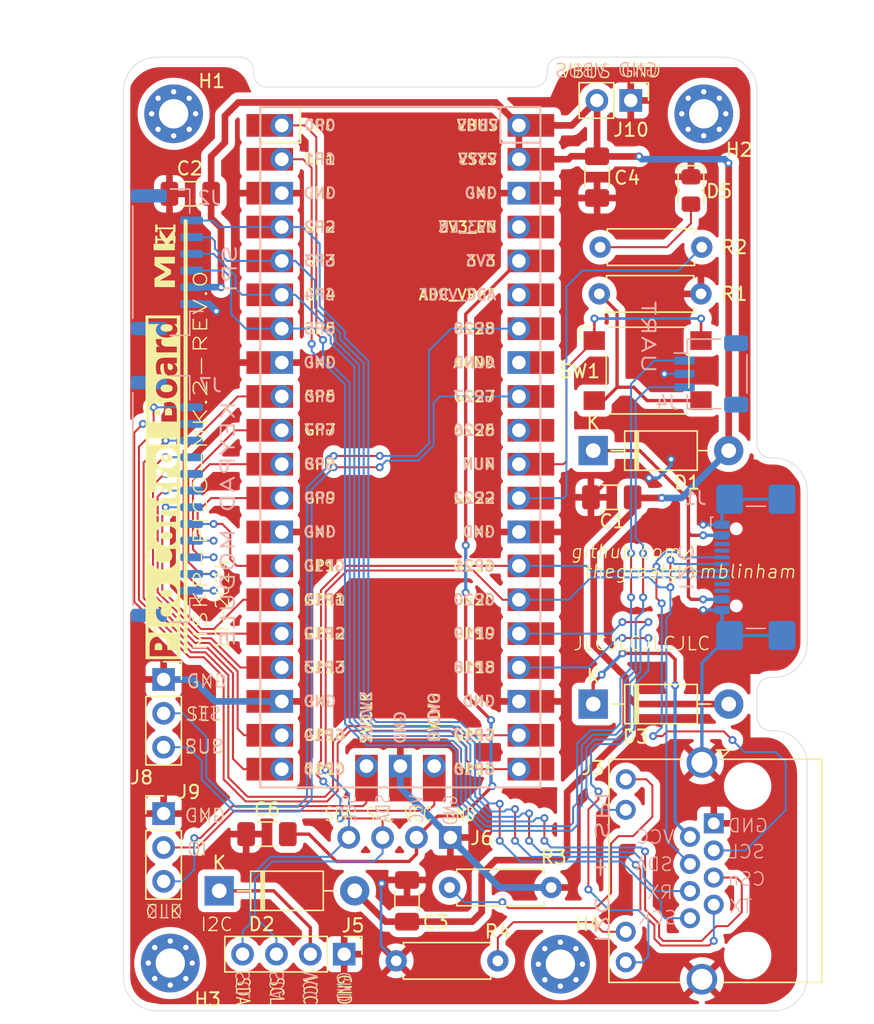
<source format=kicad_pcb>
(kicad_pcb (version 20240108) (generator "pcbnew") (generator_version "8.0")
  (layers (0 "F.Cu" signal) (31 "B.Cu" signal) (34 "B.Paste" user) (35 "F.Paste" user) (36 "B.SilkS" user "B.Silkscreen") (37 "F.SilkS" user "F.Silkscreen") (38 "B.Mask" user) (39 "F.Mask" user) (44 "Edge.Cuts" user))
  (net 0 "")
  (net 1 "GND")
  (net 2 "/VCC")
  (net 3 "+5V")
  (net 4 "Net-(D5-A)")
  (net 6 "/SCL")
  (net 7 "/SDA")
  (net 9 "/CSn")
  (net 10 "/RX")
  (net 11 "/TX")
  (net 12 "/SCK")
  (net 13 "Net-(J3-Pad9)")
  (net 14 "Net-(U1-GPIO19)")
  (net 15 "Net-(J3-Pad11)")
  (net 16 "Net-(U1-GPIO18)")
  (net 17 "Net-(J4-Pin_3)")
  (net 18 "Net-(J4-Pin_1)")
  (net 19 "Net-(J7-Pin_5)")
  (net 20 "Net-(J7-Pin_10)")
  (net 21 "Net-(J7-Pin_12)")
  (net 22 "Net-(J7-Pin_11)")
  (net 23 "Net-(J7-Pin_3)")
  (net 24 "Net-(J7-Pin_1)")
  (net 25 "Net-(J7-Pin_8)")
  (net 26 "Net-(J7-Pin_2)")
  (net 27 "Net-(J7-Pin_6)")
  (net 28 "Net-(J7-Pin_9)")
  (net 29 "Net-(J7-Pin_4)")
  (net 30 "Net-(J7-Pin_7)")
  (net 31 "/SEL")
  (net 32 "/SUS")
  (net 33 "/SWCLK")
  (net 34 "/SWDIO")
  (net 35 "Net-(R1-Pad1)")
  (net 36 "Net-(U1-GPIO22)")
  (net 37 "Net-(U1-RUN)")
  (net 38 "Net-(J6-VCC)")
  (net 47 "Net-(D1-K)")
  (net 48 "Net-(D2-K)")
  (footprint "MountingHole:MountingHole_2.2mm_M2_Pad_Via" (layer "F.Cu") (at 111.75 112.666726)
    (property "Reference" "H3")
    (property "Value" "MountingHole_2.2mm_M2_Pad_Via")
  )
  (footprint "MountingHole:MountingHole_2.2mm_M2_Pad_Via" (layer "F.Cu") (at 141 112.75)
    (property "Reference" "H4")
    (property "Value" "MountingHole_2.2mm_M2_Pad_Via")
  )
  (footprint "Connector_PinSocket_2.54mm:PinSocket_1x03_P2.54mm_Vertical" (layer "F.Cu") (at 111.25 91.405)
    (property "Reference" "J8")
    (property "Value" "USB_sw_ctrl")
  )
  (footprint "Connector_PinHeader_2.54mm:PinHeader_1x04_P2.54mm_Vertical" (layer "F.Cu") (at 124.79 112 -90)
    (property "Reference" "J5")
    (property "Value" "I2C-aux-pad")
  )
  (footprint "Capacitor_SMD:C_1206_3216Metric_Pad1.33x1.80mm_HandSolder" (layer "F.Cu") (at 119 103 180)
    (property "Reference" "C6")
    (property "Value" "100nF")
  )
  (footprint "Resistor_THT:R_Axial_DIN0207_L6.3mm_D2.5mm_P7.62mm_Horizontal" (layer "F.Cu") (at 128.69 112.5)
    (property "Reference" "R4")
    (property "Value" "R")
  )
  (footprint "Capacitor_SMD:C_1206_3216Metric_Pad1.33x1.80mm_HandSolder" (layer "F.Cu") (at 113.25 55 180)
    (property "Reference" "C2")
    (property "Value" "22uF")
  )
  (footprint "ScottoKeebs_MCU:Raspberry_Pi_Pico" (layer "F.Cu") (at 129 74)
    (property "Reference" "U1" (hide yes))
    (property "Value" "Raspberry_Pi_Pico" (hide yes))
  )
  (footprint "Capacitor_SMD:C_1206_3216Metric_Pad1.33x1.80mm_HandSolder" (layer "F.Cu") (at 129.5 108 -90)
    (property "Reference" "C3")
    (property "Value" "22uF")
  )
  (footprint "Connector_PinHeader_2.54mm:PinHeader_1x02_P2.54mm_Vertical" (layer "F.Cu") (at 146.275 48 -90)
    (property "Reference" "J10")
    (property "Value" "Conn_01x02_Socket")
  )
  (footprint "Diode_THT:D_DO-41_SOD81_P10.16mm_Horizontal" (layer "F.Cu") (at 115.42 107.25)
    (property "Reference" "D2")
    (property "Value" "1N5817")
  )
  (footprint "Capacitor_SMD:C_1206_3216Metric_Pad1.33x1.80mm_HandSolder" (layer "F.Cu") (at 144.8525 77.75 180)
    (property "Reference" "C1")
    (property "Value" "22uF")
  )
  (footprint "MountingHole:MountingHole_2.2mm_M2_Pad_Via" (layer "F.Cu") (at 112 49)
    (property "Reference" "H1")
    (property "Value" "MountingHole_2.2mm_M2_Pad_Via")
  )
  (footprint "LED_SMD:LED_0805_2012Metric_Pad1.15x1.40mm_HandSolder" (layer "F.Cu") (at 150.79 54.75 -90)
    (property "Reference" "D5")
    (property "Value" "LED")
  )
  (footprint "Resistor_THT:R_Axial_DIN0207_L6.3mm_D2.5mm_P7.62mm_Horizontal" (layer "F.Cu") (at 132.69 107)
    (property "Reference" "R3")
    (property "Value" "R")
  )
  (footprint "ScottoKeebs_Components:OLED_128x64" (layer "F.Cu") (at 128.94 103.25 180)
    (property "Reference" "J6")
    (property "Value" "OLED_128x64")
  )
  (footprint "MountingHole:MountingHole_2.2mm_M2_Pad_Via" (layer "F.Cu") (at 151.75 49)
    (property "Reference" "H2")
    (property "Value" "MountingHole_2.2mm_M2_Pad_Via")
  )
  (footprint "Resistor_THT:R_Axial_DIN0207_L6.3mm_D2.5mm_P7.62mm_Horizontal" (layer "F.Cu") (at 143.98 59)
    (property "Reference" "R2")
    (property "Value" "R")
  )
  (footprint "Diode_THT:D_DO-41_SOD81_P10.16mm_Horizontal" (layer "F.Cu") (at 143.46 93.25)
    (property "Reference" "D3")
    (property "Value" "1N5817")
  )
  (footprint "Diode_THT:D_DO-41_SOD81_P10.16mm_Horizontal" (layer "F.Cu") (at 143.46 74.25)
    (property "Reference" "D1")
    (property "Value" "1N5817")
  )
  (footprint "Resistor_THT:R_Axial_DIN0207_L6.3mm_D2.5mm_P7.62mm_Horizontal" (layer "F.Cu") (at 143.92 62.5)
    (property "Reference" "R1")
    (property "Value" "10K")
  )
  (footprint "Connector_PinHeader_2.54mm:PinHeader_1x03_P2.54mm_Vertical" (layer "F.Cu") (at 111.25 101.46)
    (property "Reference" "J9")
    (property "Value" "Debug_pads")
  )
  (footprint "Capacitor_SMD:C_1206_3216Metric_Pad1.33x1.80mm_HandSolder" (layer "F.Cu") (at 143.75 53.75 -90)
    (property "Reference" "C4")
    (property "Value" "100uF")
  )
  (footprint "Connector_RJ:RJ45_Amphenol_RJHSE538X" (layer "F.Cu") (at 152.5 102.19 -90)
    (property "Reference" "J3")
    (property "Value" "RJ45_I2C_SPI_Port")
  )
  (footprint "Button_Switch_SMD:SW_SPST_Omron_B3FS-101xP" (layer "F.Cu") (at 147.54 68.25)
    (property "Reference" "SW1")
    (property "Value" "RESET")
  )
  (footprint "Connector_USB:USB_C_Receptacle_GCT_USB4110" (layer "B.Cu") (at 156.79 83 -90)
    (property "Reference" "J1")
    (property "Value" "USB_C_I2C_Receptacle")
  )
  (footprint "Connector_JST:JST_SH_SM03B-SRSS-TB_1x03-1MP_P1.00mm_Horizontal" (layer "B.Cu") (at 152.3 68.5 -90)
    (property "Reference" "J4")
    (property "Value" "UART-JST")
  )
  (footprint "Connector_JST:JST_GH_SM06B-GHS-TB_1x06-1MP_P1.25mm_Horizontal" (layer "B.Cu") (at 111.5 60.125 90)
    (property "Reference" "J2")
    (property "Value" "SPI-JST")
  )
  (footprint "Connector_JST:JST_GH_SM12B-GHS-TB_1x12-1MP_P1.25mm_Horizontal" (layer "B.Cu") (at 111.5 77.875 90)
    (property "Reference" "J7")
    (property "Value" "Keypad-Matrix_JST")
  )
  (gr_line (start 112.9 57.05) (end 112.9 89.3) (stroke (width 0.3)) (layer "F.SilkS"))
  (gr_line (start 157 116.25) (end 110.75 116.25) (stroke (width 0.05)) (layer "Edge.Cuts"))
  (gr_arc (start 156.75 95.25) (mid 156.042893 94.957107) (end 155.75 94.25) (stroke (width 0.05)) (layer "Edge.Cuts"))
  (gr_line (start 142 44.75) (end 153.25 44.75) (stroke (width 0.05)) (layer "Edge.Cuts"))
  (gr_line (start 157 91.25) (end 156.75 91.25) (stroke (width 0.05)) (layer "Edge.Cuts"))
  (gr_line (start 159.5 77.292893) (end 159.5 88.75) (stroke (width 0.05)) (layer "Edge.Cuts"))
  (gr_arc (start 153.25 44.75) (mid 155.017767 45.482233) (end 155.75 47.25) (stroke (width 0.05)) (layer "Edge.Cuts"))
  (gr_line (start 156.75 95.25) (end 157 95.25) (stroke (width 0.05)) (layer "Edge.Cuts"))
  (gr_arc (start 117 44.75) (mid 117.707107 45.042893) (end 118 45.75) (stroke (width 0.05)) (layer "Edge.Cuts"))
  (gr_arc (start 159.5 113.75) (mid 158.767767 115.517767) (end 157 116.25) (stroke (width 0.05)) (layer "Edge.Cuts"))
  (gr_line (start 159.5 97.75) (end 159.5 113.75) (stroke (width 0.05)) (layer "Edge.Cuts"))
  (gr_arc (start 156.75 74.792893) (mid 156.042893 74.5) (end 155.75 73.792893) (stroke (width 0.05)) (layer "Edge.Cuts"))
  (gr_line (start 157 74.792893) (end 156.75 74.792893) (stroke (width 0.05)) (layer "Edge.Cuts"))
  (gr_line (start 155.75 92.25) (end 155.75 94.25) (stroke (width 0.05)) (layer "Edge.Cuts"))
  (gr_line (start 118 46) (end 118 45.75) (stroke (width 0.05)) (layer "Edge.Cuts"))
  (gr_line (start 108.25 113.75) (end 108.25 47.25) (stroke (width 0.05)) (layer "Edge.Cuts"))
  (gr_line (start 155.75 47.25) (end 155.75 71.25) (stroke (width 0.05)) (layer "Edge.Cuts"))
  (gr_arc (start 119 47) (mid 118.292893 46.707107) (end 118 46) (stroke (width 0.05)) (layer "Edge.Cuts"))
  (gr_arc (start 157 74.792893) (mid 158.767767 75.525126) (end 159.5 77.292893) (stroke (width 0.05)) (layer "Edge.Cuts"))
  (gr_arc (start 140 46) (mid 139.707107 46.707107) (end 139 47) (stroke (width 0.05)) (layer "Edge.Cuts"))
  (gr_line (start 140 45.75) (end 140 46) (stroke (width 0.05)) (layer "Edge.Cuts"))
  (gr_arc (start 110.75 116.25) (mid 108.982233 115.517767) (end 108.25 113.75) (stroke (width 0.05)) (layer "Edge.Cuts"))
  (gr_line (start 142 44.75) (end 141 44.75) (stroke (width 0.05)) (layer "Edge.Cuts"))
  (gr_arc (start 108.25 47.25) (mid 108.982233 45.482233) (end 110.75 44.75) (stroke (width 0.05)) (layer "Edge.Cuts"))
  (gr_arc (start 159.5 88.75) (mid 158.767767 90.517767) (end 157 91.25) (stroke (width 0.05)) (layer "Edge.Cuts"))
  (gr_arc (start 140 45.75) (mid 140.292893 45.042893) (end 141 44.75) (stroke (width 0.05)) (layer "Edge.Cuts"))
  (gr_line (start 139 47) (end 119 47) (stroke (width 0.05)) (layer "Edge.Cuts"))
  (gr_line (start 110.75 44.75) (end 117 44.75) (stroke (width 0.05)) (layer "Edge.Cuts"))
  (gr_arc (start 157 95.25) (mid 158.767767 95.982233) (end 159.5 97.75) (stroke (width 0.05)) (layer "Edge.Cuts"))
  (gr_arc (start 155.75 92.25) (mid 156.042893 91.542893) (end 156.75 91.25) (stroke (width 0.05)) (layer "Edge.Cuts"))
  (gr_line (start 155.75 73.792893) (end 155.75 71.25) (stroke (width 0.05)) (layer "Edge.Cuts"))
  (gr_text "CSn" (at 156.45 106.95 0) (layer "B.SilkS") (effects (font (size 1 1) (thickness 0.1)) (justify left bottom mirror)))
  (gr_text "SCL" (at 156.4 104.9 0) (layer "B.SilkS") (effects (font (size 1 1) (thickness 0.1)) (justify left bottom mirror)))
  (gr_text "SCK" (at 149.8 109.85 0) (layer "B.SilkS") (effects (font (size 1 1) (thickness 0.1)) (justify left bottom mirror)))
  (gr_text "SUS" (at 112.75238 97 -0) (layer "B.SilkS") (effects (font (size 1 1) (thickness 0.1)) (justify right bottom mirror)))
  (gr_text "VBUS" (at 144.5 46.35 0) (layer "B.SilkS") (effects (font (size 1 1) (thickness 0.1)) (justify left bottom mirror)))
  (gr_text "VCC" (at 149.6 103.8 0) (layer "B.SilkS") (effects (font (size 1 1) (thickness 0.1)) (justify left bottom mirror)))
  (gr_text "GND" (at 156.65 102.95 0) (layer "B.SilkS") (effects (font (size 1 1) (thickness 0.1)) (justify left bottom mirror)))
  (gr_text "GND\n" (at 148.4 46.3 0) (layer "B.SilkS") (effects (font (size 1 1) (thickness 0.1)) (justify left bottom mirror)))
  (gr_text "UART" (at 147 68.6 -90) (layer "B.SilkS") (effects (font (size 1 1.5)) (justify left bottom mirror)))
  (gr_text "CLK" (at 109.83238 109.4 -0) (layer "B.SilkS") (effects (font (size 1 1) (thickness 0.1)) (justify right bottom mirror)))
  (gr_text "SEL" (at 112.85238 94.55 -0) (layer "B.SilkS") (effects (font (size 1 1) (thickness 0.1)) (justify right bottom mirror)))
  (gr_text "SDA" (at 120.35 113.2 90) (layer "B.SilkS") (effects (font (size 1 0.75) (thickness 0.1)) (justify left bottom mirror)))
  (gr_text "SCL" (at 117.8 113.205293 90) (layer "B.SilkS") (effects (font (size 1 0.75) (thickness 0.1)) (justify left bottom mirror)))
  (gr_text "IO" (at 112.93238 104.7 -0) (layer "B.SilkS") (effects (font (size 1 1) (thickness 0.1)) (justify right bottom mirror)))
  (gr_text "SDA" (at 128.3 99.944707 90) (layer "B.SilkS") (effects (font (size 1 0.75) (thickness 0.1)) (justify left bottom mirror)))
  (gr_text "I2C + SPI" (at 143.5 111.3 270) (layer "B.SilkS") (effects (font (size 1 1.5)) (justify left bottom mirror)))
  (gr_text "VCC" (at 130.8 99.994707 90) (layer "B.SilkS") (effects (font (size 1 0.75) (thickness 0.1)) (justify left bottom mirror)))
  (gr_text "VCC" (at 122.85 113.25 90) (layer "B.SilkS") (effects (font (size 1 0.75) (thickness 0.1)) (justify left bottom mirror)))
  (gr_text "GND" (at 133.35 99.994707 -270) (layer "B.SilkS") (effects (font (size 1 0.75) (thickness 0.1)) (justify left bottom mirror)))
  (gr_text "GND\n" (at 112.78238 102.2 -0) (layer "B.SilkS") (effects (font (size 1 1) (thickness 0.1)) (justify right bottom mirror)))
  (gr_text "TX" (at 155.45 109 0) (layer "B.SilkS") (effects (font (size 1 1) (thickness 0.1)) (justify left bottom mirror)))
  (gr_text "GND" (at 125.4 113.25 -270) (layer "B.SilkS") (effects (font (size 1 0.75) (thickness 0.1)) (justify left bottom mirror)))
  (gr_text "GND" (at 112.90238 92.1 -0) (layer "B.SilkS") (effects (font (size 1 1) (thickness 0.1)) (justify right bottom mirror)))
  (gr_text "KEYPAD MODULE" (at 116.65 70.4 90) (layer "B.SilkS") (effects (font (size 1 1.5)) (justify left bottom mirror)))
  (gr_text "SDA" (at 149.5 105.85 0) (layer "B.SilkS") (effects (font (size 1 1) (thickness 0.1)) (justify left bottom mirror)))
  (gr_text "I2C" (at 149.8 84.9 270) (layer "B.SilkS") (effects (font (size 1 1.5)) (justify left bottom mirror)))
  (gr_text "RX" (at 149.5 107.95 0) (layer "B.SilkS") (effects (font (size 1 1) (thickness 0.1)) (justify left bottom mirror)))
  (gr_text "SPI" (at 116.8 58.7 90) (layer "B.SilkS") (effects (font (size 1 1.5)) (justify left bottom mirror)))
  (gr_text "SCL" (at 125.75 99.95 90) (layer "B.SilkS") (effects (font (size 1 0.75) (thickness 0.1)) (justify left bottom mirror)))
  (gr_text "GND\n" (at 112.75 102.2 0) (layer "F.SilkS") (effects (font (size 1 1) (thickness 0.1)) (justify left bottom)))
  (gr_text "10-2024" (at 116.25 89.35 90) (layer "F.SilkS") (effects (font (size 1 1) (thickness 0.1)) (justify left bottom)))
  (gr_text "thegreatgramblinham" (at 142.7 83.9 0) (layer "F.SilkS") (effects (font (size 1 1) (thickness 0.1) (italic yes)) (justify left bottom)))
  (gr_text "I2C" (at 113.95 110.35 0) (layer "F.SilkS") (effects (font (size 1 1) (thickness 0.1)) (justify left bottom)))
  (gr_text "MSKP-PICO-MK.2-REV.0" (at 114.6 89.4 90) (layer "F.SilkS") (effects (font (size 1 1.5) (thickness 0.1)) (justify left bottom)))
  (gr_text "SUS" (at 112.75 97.05 0) (layer "F.SilkS") (effects (font (size 1 1) (thickness 0.1)) (justify left bottom)))
  (gr_text "GND" (at 112.9 92.15 0) (layer "F.SilkS") (effects (font (size 1 1) (thickness 0.1)) (justify left bottom)))
  (gr_text "SEL" (at 112.85 94.6 0) (layer "F.SilkS") (effects (font (size 1 1) (thickness 0.1)) (justify left bottom)))
  (gr_text "SDA" (at 116.6 113.65 -90) (layer "F.SilkS") (effects (font (size 1 0.75) (thickness 0.1)) (justify left bottom)))
  (gr_text "github.com/" (at 141.7 82.4 0) (layer "F.SilkS") (effects (font (size 1 1) (thickness 0.1) (italic yes)) (justify left bottom)))
  (gr_text "SCL" (at 126.35 102.1 0) (layer "F.SilkS") (effects (font (size 1 0.75) (thickness 0.1)) (justify left bottom)))
  (gr_text "SDA" (at 123.25 102.1 0) (layer "F.SilkS") (effects (font (size 1 0.75) (thickness 0.1)) (justify left bottom)))
  (gr_text "GND" (at 124.2 113.45 270) (layer "F.SilkS") (effects (font (size 1 0.75) (thickness 0.1)) (justify left bottom)))
  (gr_text " Pico Control Board " (at 112.58 90.74 90) (layer "F.SilkS" knockout) (effects (font (size 2 1.75) (thickness 0.2) (bold yes)) (justify left bottom)))
  (gr_text "GND" (at 145.45 46.35 0) (layer "F.SilkS") (effects (font (size 1 1) (thickness 0.1)) (justify left bottom)))
  (gr_text "VBUS" (at 140.9 46.4 0) (layer "F.SilkS") (effects (font (size 1 1) (thickness 0.1)) (justify left bottom)))
  (gr_text "VCC" (at 129.2 102.1 0) (layer "F.SilkS") (effects (font (size 1 0.75) (thickness 0.1)) (justify left bottom)))
  (gr_text "SCL" (at 119.15 113.65 -90) (layer "F.SilkS") (effects (font (size 1 0.75) (thickness 0.1)) (justify left bottom)))
  (gr_text "II" (at 112.4 58.85 90) (layer "F.SilkS") (effects (font (size 1.5 1) (thickness 0.1)) (justify left bottom)))
  (gr_text "JLCJLCJLCJLC" (at 141.9 89.3 0) (layer "F.SilkS") (effects (font (size 1 1) (thickness 0.1)) (justify left bottom)))
  (gr_text "GND" (at 132.3 102.1 0) (layer "F.SilkS") (effects (font (size 1 0.75) (thickness 0.1)) (justify left bottom)))
  (gr_text "VCC" (at 121.65 113.6 -90) (layer "F.SilkS") (effects (font (size 1 0.75) (thickness 0.1)) (justify left bottom)))
  (gr_text "CLK" (at 109.8 109.4 0) (layer "F.SilkS") (effects (font (size 1 1) (thickness 0.1)) (justify left bottom)))
  (gr_text "IO" (at 112.9 104.7 0) (layer "F.SilkS") (effects (font (size 1 1) (thickness 0.1)) (justify left bottom)))
  (gr_text "Mk" (at 112.35 62.25 90) (layer "F.SilkS") (effects (font (size 1.5 2) (thickness 0.375) (bold yes)) (justify left bottom)))
  (segment (start 127.9 106.4) (end 129.4625 106.4) (width 0.2) (layer "F.Cu") (net 1))
  (segment (start 151.7 79.799997) (end 151.7 77.3) (width 0.25) (layer "F.Cu") (net 1))
  (segment (start 127.6 106.7) (end 127.9 106.4) (width 0.2) (layer "F.Cu") (net 1))
  (segment (start 141.5625 55.3125) (end 143.75 55.3125) (width 0.5) (layer "F.Cu") (net 1))
  (segment (start 145.49 75.55) (end 143.29 77.75) (width 0.25) (layer "F.Cu") (net 1))
  (segment (start 129.4625 106.4) (end 129.5 106.4375) (width 0.2) (layer "F.Cu") (net 1))
  (segment (start 147.65 76.3) (end 146.9 75.55) (width 0.25) (layer "F.Cu") (net 1))
  (segment (start 146.9 75.55) (end 145.49 75.55) (width 0.25) (layer "F.Cu") (net 1))
  (segment (start 137.89 54.95) (end 141.2 54.95) (width 0.5) (layer "F.Cu") (net 1))
  (segment (start 141.2 54.95) (end 141.5625 55.3125) (width 0.5) (layer "F.Cu") (net 1))
  (segment (start 151.7 77.3) (end 149.3 74.9) (width 0.25) (layer "F.Cu") (net 1))
  (via blind (at 115.2 63.8) (size 0.6) (drill 0.3) (layers "F.Cu" "B.Cu") (net 1))
  (via blind (at 147.65 76.3) (size 0.6) (drill 0.3) (layers "F.Cu" "B.Cu") (net 1))
  (via blind (at 151.7 79.799997) (size 0.6) (drill 0.3) (layers "F.Cu" "B.Cu") (net 1))
  (via blind (at 127.6 106.7) (size 0.6) (drill 0.3) (layers "F.Cu" "B.Cu") (net 1))
  (via blind (at 148.8 68.5) (size 0.6) (drill 0.3) (layers "F.Cu" "B.Cu") (net 1))
  (via blind (at 151.7 86.200003) (size 0.6) (drill 0.3) (layers "F.Cu" "B.Cu") (net 1))
  (via blind (at 149.3 74.9) (size 0.6) (drill 0.3) (layers "F.Cu" "B.Cu") (net 1))
  (segment (start 153.685 77.89) (end 153.51 77.89) (width 0.25) (layer "B.Cu") (net 1))
  (segment (start 115.1 93.05) (end 120.11 93.05) (width 0.5) (layer "B.Cu") (net 1))
  (segment (start 132.75 103.3) (end 136.45 107) (width 0.5) (layer "B.Cu") (net 1))
  (segment (start 127.55 106.75) (end 127.55 111.36) (width 0.2) (layer "B.Cu") (net 1))
  (segment (start 153.685 77.89) (end 157.615 77.89) (width 0.25) (layer "B.Cu") (net 1))
  (segment (start 148.35 76.3) (end 147.65 76.3) (width 0.25) (layer "B.Cu") (net 1))
  (segment (start 153.11 78.31) (end 153.11 79.8) (width 0.25) (layer "B.Cu") (net 1))
  (segment (start 153.51 77.89) (end 153.1 78.3) (width 0.25) (layer "B.Cu") (net 1))
  (segment (start 114.65 63.25) (end 115.2 63.8) (width 0.5) (layer "B.Cu") (net 1))
  (segment (start 127.6 106.7) (end 127.55 106.75) (width 0.2) (layer "B.Cu") (net 1))
  (segment (start 153.685 88.11) (end 157.615 88.11) (width 0.25) (layer "B.Cu") (net 1))
  (segment (start 111.25 91.405) (end 113.455 91.405) (width 0.5) (layer "B.Cu") (net 1))
  (segment (start 153.11 86.2) (end 151.700003 86.2) (width 0.25) (layer "B.Cu") (net 1))
  (segment (start 151.700003 79.8) (end 151.7 79.799997) (width 0.25) (layer "B.Cu") (net 1))
  (segment (start 136.45 107) (end 140.31 107) (width 0.5) (layer "B.Cu") (net 1))
  (segment (start 153.51 88.11) (end 153.1 87.7) (width 0.25) (layer "B.Cu") (net 1))
  (segment (start 153.11 79.8) (end 151.700003 79.8) (width 0.25) (layer "B.Cu") (net 1))
  (segment (start 150.54 68.5) (end 148.8 68.5) (width 0.15) (layer "B.Cu") (net 1))
  (segment (start 129 99.5) (end 129 97.9) (width 0.5) (layer "B.Cu") (net 1))
  (segment (start 132.75 103.25) (end 129 99.5) (width 0.5) (layer "B.Cu") (net 1))
  (segment (start 132.75 103.25) (end 132.75 103.3) (width 0.5) (layer "B.Cu") (net 1))
  (segment (start 153.685 88.11) (end 153.51 88.11) (width 0.25) (layer "B.Cu") (net 1))
  (segment (start 153.1 78.3) (end 153.11 78.31) (width 0.25) (layer "B.Cu") (net 1))
  (segment (start 127.55 111.36) (end 128.69 112.5) (width 0.2) (layer "B.Cu") (net 1))
  (segment (start 149.3 75.35) (end 148.35 76.3) (width 0.25) (layer "B.Cu") (net 1))
  (segment (start 113.455 91.405) (end 115.1 93.05) (width 0.5) (layer "B.Cu") (net 1))
  (segment (start 151.700003 86.2) (end 151.7 86.200003) (width 0.25) (layer "B.Cu") (net 1))
  (segment (start 151.61 90.185) (end 153.685 88.11) (width 0.25) (layer "B.Cu") (net 1))
  (segment (start 153.1 87.7) (end 153.11 87.69) (width 0.25) (layer "B.Cu") (net 1))
  (segment (start 151.61 97.62) (end 151.61 90.185) (width 0.25) (layer "B.Cu") (net 1))
  (segment (start 153.11 87.69) (end 153.11 86.2) (width 0.25) (layer "B.Cu") (net 1))
  (segment (start 113.35 63.25) (end 114.65 63.25) (width 0.5) (layer "B.Cu") (net 1))
  (segment (start 149.3 74.9) (end 149.3 75.35) (width 0.25) (layer "B.Cu") (net 1))
  (segment (start 143.46 91.69) (end 144.1 91.05) (width 0.25) (layer "F.Cu") (net 2))
  (segment (start 143.46 93.25) (end 143.46 91.69) (width 0.25) (layer "F.Cu") (net 2))
  (segment (start 145.65 89.45) (end 149.15 89.45) (width 0.25) (layer "F.Cu") (net 2))
  (segment (start 149.6 89.9) (end 149.6 91.85) (width 0.25) (layer "F.Cu") (net 2))
  (segment (start 149.15 89.45) (end 149.6 89.9) (width 0.25) (layer "F.Cu") (net 2))
  (via blind (at 144.1 91.05) (size 0.6) (drill 0.3) (layers "F.Cu" "B.Cu") (net 2))
  (via blind (at 145.65 89.45) (size 0.6) (drill 0.3) (layers "F.Cu" "B.Cu") (net 2))
  (via blind (at 149.6 91.85) (size 0.6) (drill 0.3) (layers "F.Cu" "B.Cu") (net 2))
  (segment (start 144.1 91.05) (end 144.1 91) (width 0.25) (layer "B.Cu") (net 2))
  (segment (start 149.6 91.85) (end 149.6 102.086) (width 0.25) (layer "B.Cu") (net 2))
  (segment (start 144.1 91) (end 145.65 89.45) (width 0.25) (layer "B.Cu") (net 2))
  (segment (start 149.6 102.086) (end 150.72 103.206) (width 0.25) (layer "B.Cu") (net 2))
  (segment (start 141.8125 52.1875) (end 141.59 52.41) (width 0.5) (layer "F.Cu") (net 3))
  (segment (start 114.8125 55) (end 114.8125 56.8125) (width 0.5) (layer "F.Cu") (net 3))
  (segment (start 143.75 52.1875) (end 141.8125 52.1875) (width 0.5) (layer "F.Cu") (net 3))
  (segment (start 146.65 93.25) (end 153.62 93.25) (width 0.5) (layer "F.Cu") (net 3))
  (segment (start 146.415 78.835) (end 143.5 81.75) (width 0.5) (layer "F.Cu") (net 3))
  (segment (start 116.85 48.15) (end 136.17 48.15) (width 0.5) (layer "F.Cu") (net 3))
  (segment (start 145.9 95.45) (end 141.5 99.85) (width 0.5) (layer "F.Cu") (net 3))
  (segment (start 135.1 108.85) (end 134.3875 109.5625) (width 0.5) (layer "F.Cu") (net 3))
  (segment (start 141.865 49.87) (end 143.735 48) (width 0.5) (layer "F.Cu") (net 3))
  (segment (start 145.9 92.5) (end 146.65 93.25) (width 0.5) (layer "F.Cu") (net 3))
  (segment (start 136.17 48.15) (end 137.89 49.87) (width 0.5) (layer "F.Cu") (net 3))
  (segment (start 137.89 49.87) (end 141.865 49.87) (width 0.5) (layer "F.Cu") (net 3))
  (segment (start 145.9 91.25) (end 145.9 95.45) (width 0.5) (layer "F.Cu") (net 3))
  (segment (start 114.8125 52.1875) (end 115.85 51.15) (width 0.5) (layer "F.Cu") (net 3))
  (segment (start 115.85 49.15) (end 116.85 48.15) (width 0.5) (layer "F.Cu") (net 3))
  (segment (start 114.8125 56.8125) (end 115.55 57.55) (width 0.5) (layer "F.Cu") (net 3))
  (segment (start 153.62 74.25) (end 153.62 52.72) (width 0.5) (layer "F.Cu") (net 3))
  (segment (start 115.55 57.55) (end 115.55 59.65) (width 0.5) (layer "F.Cu") (net 3))
  (segment (start 135.1 106) (end 135.1 108.85) (width 0.5) (layer "F.Cu") (net 3))
  (segment (start 141.5 99.85) (end 141.5 104.6) (width 0.5) (layer "F.Cu") (net 3))
  (segment (start 129.5 109.5625) (end 127.8925 109.5625) (width 0.5) (layer "F.Cu") (net 3))
  (segment (start 143.75 52.1875) (end 143.75 48.015) (width 0.5) (layer "F.Cu") (net 3))
  (segment (start 136.15 104.95) (end 135.1 106) (width 0.5) (layer "F.Cu") (net 3))
  (segment (start 148.6 77.8) (end 146.465 77.8) (width 0.5) (layer "F.Cu") (net 3))
  (segment (start 115.55 59.65) (end 115.55 62) (width 0.5) (layer "F.Cu") (net 3))
  (segment (start 146.415 77.75) (end 146.415 78.835) (width 0.5) (layer "F.Cu") (net 3))
  (segment (start 143.75 48.015) (end 143.735 48) (width 0.5) (layer "F.Cu") (net 3))
  (segment (start 153.62 52.72) (end 153.6 52.7) (width 0.5) (layer "F.Cu") (net 3))
  (segment (start 134.3875 109.5625) (end 129.5 109.5625) (width 0.5) (layer "F.Cu") (net 3))
  (segment (start 143.5 81.75) (end 143.5 88.85) (width 0.5) (layer "F.Cu") (net 3))
  (segment (start 143.5 88.85) (end 145.9 91.25) (width 0.5) (layer "F.Cu") (net 3))
  (segment (start 146.465 77.8) (end 146.415 77.75) (width 0.5) (layer "F.Cu") (net 3))
  (segment (start 127.8925 109.5625) (end 125.58 107.25) (width 0.5) (layer "F.Cu") (net 3))
  (segment (start 141.15 104.95) (end 136.15 104.95) (width 0.5) (layer "F.Cu") (net 3))
  (segment (start 114.8125 55) (end 114.8125 52.1875) (width 0.5) (layer "F.Cu") (net 3))
  (segment (start 115.85 51.15) (end 115.85 49.15) (width 0.5) (layer "F.Cu") (net 3))
  (segment (start 141.59 52.41) (end 137.89 52.41) (width 0.5) (layer "F.Cu") (net 3))
  (segment (start 143.7625 52.2) (end 143.75 52.1875) (width 0.5) (layer "F.Cu") (net 3))
  (segment (start 146.9 52.2) (end 143.7625 52.2) (width 0.5) (layer "F.Cu") (net 3))
  (segment (start 137.89 52.41) (end 137.89 49.87) (width 0.5) (layer "F.Cu") (net 3))
  (segment (start 141.5 104.6) (end 141.15 104.95) (width 0.5) (layer "F.Cu") (net 3))
  (via blind (at 148.6 77.8) (size 0.6) (drill 0.3) (layers "F.Cu" "B.Cu") (net 3))
  (via blind (at 115.55 62) (size 0.6) (drill 0.3) (layers "F.Cu" "B.Cu") (net 3))
  (via blind (at 146.9 52.2) (size 0.6) (drill 0.3) (layers "F.Cu" "B.Cu") (net 3))
  (via blind (at 153.6 52.7) (size 0.6) (drill 0.3) (layers "F.Cu" "B.Cu") (net 3))
  (segment (start 153.3 52.4) (end 147.1 52.4) (width 0.5) (layer "B.Cu") (net 3))
  (segment (start 150.07 77.8) (end 148.6 77.8) (width 0.5) (layer "B.Cu") (net 3))
  (segment (start 115.55 62) (end 113.35 62) (width 0.5) (layer "B.Cu") (net 3))
  (segment (start 153.62 74.25) (end 150.07 77.8) (width 0.5) (layer "B.Cu") (net 3))
  (segment (start 147.1 52.4) (end 146.9 52.2) (width 0.5) (layer "B.Cu") (net 3))
  (segment (start 153.6 52.7) (end 153.3 52.4) (width 0.5) (layer "B.Cu") (net 3))
  (segment (start 143.98 59) (end 149 59) (width 0.15) (layer "F.Cu") (net 4))
  (segment (start 150.79 57.21) (end 150.79 55.775) (width 0.15) (layer "F.Cu") (net 4))
  (segment (start 149 59) (end 150.79 57.21) (width 0.15) (layer "F.Cu") (net 4))
  (segment (start 127.67 102.07) (end 127.67 103.25) (width 0.15) (layer "F.Cu") (net 6))
  (segment (start 124.475 101.825) (end 127.425 101.825) (width 0.15) (layer "F.Cu") (net 6))
  (segment (start 127.425 101.825) (end 127.67 102.07) (width 0.15) (layer "F.Cu") (net 6))
  (segment (start 123.225 99.05) (end 122.75 98.575) (width 0.15) (layer "F.Cu") (net 6))
  (segment (start 153.25 95.3) (end 153.9 95.95) (width 0.15) (layer "F.Cu") (net 6))
  (segment (start 124.865025 82.89) (end 137.89 82.89) (width 0.15) (layer "F.Cu") (net 6))
  (segment (start 123.05 84.705025) (end 124.865025 82.89) (width 0.15) (layer "F.Cu") (net 6))
  (segment (start 147.95 95.65) (end 148.65 95.65) (width 0.15) (layer "F.Cu") (net 6))
  (segment (start 122.75 98.575) (end 122.75 97.811827) (width 0.15) (layer "F.Cu") (net 6))
  (segment (start 122.75 97.811827) (end 123.05 97.511827) (width 0.15) (layer "F.Cu") (net 6))
  (segment (start 148.65 95.65) (end 149 95.3) (width 0.15) (layer "F.Cu") (net 6))
  (segment (start 123.05 97.511827) (end 123.05 84.705025) (width 0.15) (layer "F.Cu") (net 6))
  (segment (start 149 95.3) (end 152.35 95.3) (width 0.15) (layer "F.Cu") (net 6))
  (segment (start 148.6 85.7) (end 148.2 85.3) (width 0.15) (layer "F.Cu") (net 6))
  (segment (start 148.2 85.3) (end 148.2 82.95) (width 0.15) (layer "F.Cu") (net 6))
  (segment (start 152.35 95.3) (end 153.25 95.3) (width 0.15) (layer "F.Cu") (net 6))
  (via blind (at 148.6 85.7) (size 0.6) (drill 0.3) (layers "F.Cu" "B.Cu") (net 6))
  (via blind (at 123.225 99.05) (size 0.6) (drill 0.3) (layers "F.Cu" "B.Cu") (net 6))
  (via blind (at 147.95 95.65) (size 0.6) (drill 0.3) (layers "F.Cu" "B.Cu") (net 6))
  (via blind (at 153.9 95.95) (size 0.6) (drill 0.3) (layers "F.Cu" "B.Cu") (net 6))
  (via blind (at 124.475 101.825) (size 0.6) (drill 0.3) (layers "F.Cu" "B.Cu") (net 6))
  (via blind (at 148.2 82.95) (size 0.6) (drill 0.3) (layers "F.Cu" "B.Cu") (net 6))
  (segment (start 127.67 103.25) (end 127.67 104.43) (width 0.15) (layer "B.Cu") (net 6))
  (segment (start 150.05 82.25) (end 153.11 82.25) (width 0.15) (layer "B.Cu") (net 6))
  (segment (start 153.06 83.3) (end 148.55 83.3) (width 0.15) (layer "B.Cu") (net 6))
  (segment (start 148.6 95) (end 147.95 95.65) (width 0.15) (layer "B.Cu") (net 6))
  (segment (start 154.878 104.222) (end 152.5 104.222) (width 0.15) (layer "B.Cu") (net 6))
  (segment (start 143.35 83.3) (end 142.94 82.89) (width 0.15) (layer "B.Cu") (net 6))
  (segment (start 153.11 83.25) (end 153.06 83.3) (width 0.15) (layer "B.Cu") (net 6))
  (segment (start 124.475 101.825) (end 124.5 101.8) (width 0.15) (layer "B.Cu") (net 6))
  (segment (start 148.55 83.3) (end 148.2 82.95) (width 0.15) (layer "B.Cu") (net 6))
  (segment (start 127.67 104.43) (end 127.05 105.05) (width 0.15) (layer "B.Cu") (net 6))
  (segment (start 149.65 81.85) (end 150.05 82.25) (width 0.15) (layer "B.Cu") (net 6))
  (segment (start 148.2 82.95) (end 147.85 83.3) (width 0.15) (layer "B.Cu") (net 6))
  (segment (start 153.9 95.95) (end 154.8 96.85) (width 0.15) (layer "B.Cu") (net 6))
  (segment (start 142.94 82.89) (end 137.89 82.89) (width 0.15) (layer "B.Cu") (net 6))
  (segment (start 124.5 100.325) (end 123.225 99.05) (width 0.15) (layer "B.Cu") (net 6))
  (segment (start 148.9 81.85) (end 149.65 81.85) (width 0.15) (layer "B.Cu") (net 6))
  (segment (start 124.5 101.8) (end 124.5 100.325) (width 0.15) (layer "B.Cu") (net 6))
  (segment (start 148.6 85.7) (end 148.6 95) (width 0.15) (layer "B.Cu") (net 6))
  (segment (start 119.71 110.81) (end 119.71 112.5) (width 0.15) (layer "B.Cu") (net 6))
  (segment (start 148.2 82.55) (end 148.9 81.85) (width 0.15) (layer "B.Cu") (net 6))
  (segment (start 127.05 105.05) (end 119.394974 105.05) (width 0.15) (layer "B.Cu") (net 6))
  (segment (start 147.85 83.3) (end 143.35 83.3) (width 0.15) (layer "B.Cu") (net 6))
  (segment (start 157.9 97.6) (end 157.9 101.2) (width 0.15) (layer "B.Cu") (net 6))
  (segment (start 157.15 96.85) (end 157.9 97.6) (width 0.15) (layer "B.Cu") (net 6))
  (segment (start 154.8 96.85) (end 157.15 96.85) (width 0.15) (layer "B.Cu") (net 6))
  (segment (start 119.394974 105.05) (end 118.1 106.344974) (width 0.15) (layer "B.Cu") (net 6))
  (segment (start 148.2 82.95) (end 148.2 82.55) (width 0.15) (layer "B.Cu") (net 6))
  (segment (start 157.9 101.2) (end 154.878 104.222) (width 0.15) (layer "B.Cu") (net 6))
  (segment (start 118.1 109.2) (end 119.71 110.81) (width 0.15) (layer "B.Cu") (net 6))
  (segment (start 118.1 106.344974) (end 118.1 109.2) (width 0.15) (layer "B.Cu") (net 6))
  (segment (start 136.67 85.43) (end 137.89 85.43) (width 0.15) (layer "F.Cu") (net 7))
  (segment (start 123.4 84.85) (end 125.01 83.24) (width 0.15) (layer "F.Cu") (net 7))
  (segment (start 123.4 98.175) (end 123.4 84.85) (width 0.15) (layer "F.Cu") (net 7))
  (segment (start 123.375 98.2) (end 123.4 98.175) (width 0.15) (layer "F.Cu") (net 7))
  (segment (start 149.25 82.45) (end 149.25 84.5) (width 0.15) (layer "F.Cu") (net 7))
  (segment (start 134.48 83.24) (end 136.67 85.43) (width 0.15) (layer "F.Cu") (net 7))
  (segment (start 125.01 83.24) (end 134.48 83.24) (width 0.15) (layer "F.Cu") (net 7))
  (via blind (at 149.25 84.5) (size 0.6) (drill 0.3) (layers "F.Cu" "B.Cu") (net 7))
  (via blind (at 149.25 82.45) (size 0.6) (drill 0.3) (layers "F.Cu" "B.Cu") (net 7))
  (via blind (at 123.375 98.2) (size 0.6) (drill 0.3) (layers "F.Cu" "B.Cu") (net 7))
  (segment (start 125.15 103.23) (end 125.13 103.25) (width 0.15) (layer "B.Cu") (net 7))
  (segment (start 117.75 109.7) (end 117.17 110.28) (width 0.15) (layer "B.Cu") (net 7))
  (segment (start 141.62 85.43) (end 137.89 85.43) (width 0.15) (layer "B.Cu") (net 7))
  (segment (start 123.68 104.7) (end 119.25 104.7) (width 0.15) (layer "B.Cu") (net 7))
  (segment (start 153.11 83.75) (end 147.45 83.75) (width 0.15) (layer "B.Cu") (net 7))
  (segment (start 153.11 82.75) (end 149.55 82.75) (width 0.15) (layer "B.Cu") (net 7))
  (segment (start 148.95 86.8) (end 148.95 103.468) (width 0.15) (layer "B.Cu") (net 7))
  (segment (start 117.75 106.2) (end 117.75 109.7) (width 0.15) (layer "B.Cu") (net 7))
  (segment (start 149.25 84.5) (end 148.4 84.5) (width 0.15) (layer "B.Cu") (net 7))
  (segment (start 117.17 110.28) (end 117.17 112.5) (width 0.15) (layer "B.Cu") (net 7))
  (segment (start 149.55 82.75) (end 149.25 82.45) (width 0.15) (layer "B.Cu") (net 7))
  (segment (start 125.15 99.975) (end 125.15 103.23) (width 0.15) (layer "B.Cu") (net 7))
  (segment (start 149.25 86.5) (end 148.95 86.8) (width 0.15) (layer "B.Cu") (net 7))
  (segment (start 125.13 103.25) (end 123.68 104.7) (width 0.15) (layer "B.Cu") (net 7))
  (segment (start 148.95 103.468) (end 150.72 105.238) (width 0.15) (layer "B.Cu") (net 7))
  (segment (start 147.65 83.75) (end 147.45 83.75) (width 0.15) (layer "B.Cu") (net 7))
  (segment (start 149.25 84.5) (end 149.25 86.5) (width 0.15) (layer "B.Cu") (net 7))
  (segment (start 119.25 104.7) (end 117.75 106.2) (width 0.15) (layer "B.Cu") (net 7))
  (segment (start 123.375 98.2) (end 125.15 99.975) (width 0.15) (layer "B.Cu") (net 7))
  (segment (start 148.4 84.5) (end 147.65 83.75) (width 0.15) (layer "B.Cu") (net 7))
  (segment (start 143.3 83.75) (end 141.62 85.43) (width 0.15) (layer "B.Cu") (net 7))
  (segment (start 147.45 83.75) (end 143.3 83.75) (width 0.15) (layer "B.Cu") (net 7))
  (segment (start 152.7 109.9) (end 153.55 109.9) (width 0.15) (layer "F.Cu") (net 9))
  (segment (start 154.6 106.65) (end 154.204 106.254) (width 0.15) (layer "F.Cu") (net 9))
  (segment (start 154.6 108.85) (end 154.6 106.65) (width 0.15) (layer "F.Cu") (net 9))
  (segment (start 139.8 101.8) (end 139.8 103.5) (width 0.15) (layer "F.Cu") (net 9))
  (segment (start 148.4 110.7) (end 148.7 111) (width 0.15) (layer "F.Cu") (net 9))
  (segment (start 147.35 104.3) (end 147.35 108.655026) (width 0.15) (layer "F.Cu") (net 9))
  (segment (start 154.204 106.254) (end 152.5 106.254) (width 0.15) (layer "F.Cu") (net 9))
  (segment (start 148.7 111) (end 151.6 111) (width 0.15) (layer "F.Cu") (net 9))
  (segment (start 147.35 108.655026) (end 148.047487 109.352513) (width 0.15) (layer "F.Cu") (net 9))
  (segment (start 148.047487 109.352513) (end 148.194975 109.5) (width 0.15) (layer "F.Cu") (net 9))
  (segment (start 153.55 109.9) (end 154.6 108.85) (width 0.15) (layer "F.Cu") (net 9))
  (segment (start 148.4 109.705025) (end 148.4 110.7) (width 0.15) (layer "F.Cu") (net 9))
  (segment (start 148.194975 109.5) (end 148.4 109.705025) (width 0.15) (layer "F.Cu") (net 9))
  (segment (start 151.6 111) (end 152.7 109.9) (width 0.15) (layer "F.Cu") (net 9))
  (via blind (at 147.35 104.3) (size 0.6) (drill 0.3) (layers "F.Cu" "B.Cu") (net 9))
  (via blind (at 139.8 101.8) (size 0.6) (drill 0.3) (layers "F.Cu" "B.Cu") (net 9))
  (via blind (at 139.8 103.5) (size 0.6) (drill 0.3) (layers "F.Cu" "B.Cu") (net 9))
  (segment (start 115.75 60.75) (end 113.35 60.75) (width 0.15) (layer "B.Cu") (net 9))
  (segment (start 123.775 66.188173) (end 123.775 65.711827) (width 0.15) (layer "B.Cu") (net 9))
  (segment (start 116.3 61.3) (end 115.75 60.75) (width 0.15) (layer "B.Cu") (net 9))
  (segment (start 147.05 104) (end 140.3 104) (width 0.15) (layer "B.Cu") (net 9))
  (segment (start 140.3 104) (end 139.8 103.5) (width 0.15) (layer "B.Cu") (net 9))
  (segment (start 135.510052 102.05) (end 133.9 100.439948) (width 0.15) (layer "B.Cu") (net 9))
  (segment (start 126.755025 95.65) (end 125.55 94.444975) (width 0.15) (layer "B.Cu") (net 9))
  (segment (start 133.9 100.439949) (end 133.9 96.46005) (width 0.15) (layer "B.Cu") (net 9))
  (segment (start 123.163173 65.1) (end 120.12 65.1) (width 0.15) (layer "B.Cu") (net 9))
  (segment (start 125.55 94.444975) (end 125.55 67.963173) (width 0.15) (layer "B.Cu") (net 9))
  (segment (start 120.11 65.11) (end 117.41 65.11) (width 0.15) (layer "B.Cu") (net 9))
  (segment (start 147.35 104.3) (end 147.05 104) (width 0.15) (layer "B.Cu") (net 9))
  (segment (start 123.775 65.711827) (end 123.163173 65.1) (width 0.15) (layer "B.Cu") (net 9))
  (segment (start 125.55 67.963173) (end 123.775 66.188173) (width 0.15) (layer "B.Cu") (net 9))
  (segment (start 139.2 101.8) (end 138.95 102.05) (width 0.15) (layer "B.Cu") (net 9))
  (segment (start 133.9 96.46005) (end 133.08995 95.65) (width 0.15) (layer "B.Cu") (net 9))
  (segment (start 133.08995 95.65) (end 126.755025 95.65) (width 0.15) (layer "B.Cu") (net 9))
  (segment (start 116.3 64) (end 116.3 61.3) (width 0.15) (layer "B.Cu") (net 9))
  (segment (start 120.12 65.1) (end 120.11 65.11) (width 0.15) (layer "B.Cu") (net 9))
  (segment (start 138.95 102.05) (end 135.510052 102.05) (width 0.15) (layer "B.Cu") (net 9))
  (segment (start 117.41 65.11) (end 116.3 64) (width 0.15) (layer "B.Cu") (net 9))
  (segment (start 139.8 101.8) (end 139.2 101.8) (width 0.15) (layer "B.Cu") (net 9))
  (segment (start 138.65 101.45) (end 138.65 103.5) (width 0.15) (layer "F.Cu") (net 10))
  (via blind (at 138.65 103.5) (size 0.6) (drill 0.3) (layers "F.Cu" "B.Cu") (net 10))
  (via blind (at 138.65 101.45) (size 0.6) (drill 0.3) (layers "F.Cu" "B.Cu") (net 10))
  (segment (start 138.65 103.5) (end 139.5 104.35) (width 0.15) (layer "B.Cu") (net 10))
  (segment (start 138.65 101.45) (end 138.15 101.45) (width 0.15) (layer "B.Cu") (net 10))
  (segment (start 138.15 101.45) (end 137.9 101.7) (width 0.15) (layer "B.Cu") (net 10))
  (segment (start 120.11 62.57) (end 117.12 62.57) (width 0.15) (layer "B.Cu") (net 10))
  (segment (start 121.128148 62.57) (end 120.11 62.57) (width 0.15) (layer "B.Cu") (net 10))
  (segment (start 125.694975 67.613173) (end 124.841852 66.760051) (width 0.15) (layer "B.Cu") (net 10))
  (segment (start 124.841852 66.760051) (end 124.125 66.043199) (width 0.15) (layer "B.Cu") (net 10))
  (segment (start 117.12 62.57) (end 116.65 62.1) (width 0.15) (layer "B.Cu") (net 10))
  (segment (start 148.264974 107.27) (end 150.72 107.27) (width 0.15) (layer "B.Cu") (net 10))
  (segment (start 134.25 100.294974) (end 134.25 96.315075) (width 0.15) (layer "B.Cu") (net 10))
  (segment (start 139.5 104.35) (end 146.513173 104.35) (width 0.15) (layer "B.Cu") (net 10))
  (segment (start 124.125 66.043199) (end 124.125 65.566852) (width 0.15) (layer "B.Cu") (net 10))
  (segment (start 125.9 67.818198) (end 125.694975 67.613173) (width 0.15) (layer "B.Cu") (net 10))
  (segment (start 147.225 105.061827) (end 147.225 106.230026) (width 0.15) (layer "B.Cu") (net 10))
  (segment (start 126.9 95.3) (end 125.9 94.3) (width 0.15) (layer "B.Cu") (net 10))
  (segment (start 135.655026 101.7) (end 134.25 100.294974) (width 0.15) (layer "B.Cu") (net 10))
  (segment (start 134.25 96.315075) (end 133.234925 95.3) (width 0.15) (layer "B.Cu") (net 10))
  (segment (start 146.513173 104.35) (end 147.225 105.061827) (width 0.15) (layer "B.Cu") (net 10))
  (segment (start 116.65 62.1) (end 116.65 61.155026) (width 0.15) (layer "B.Cu") (net 10))
  (segment (start 114.994974 59.5) (end 113.35 59.5) (width 0.15) (layer "B.Cu") (net 10))
  (segment (start 147.225 106.230026) (end 148.264974 107.27) (width 0.15) (layer "B.Cu") (net 10))
  (segment (start 133.234925 95.3) (end 126.9 95.3) (width 0.15) (layer "B.Cu") (net 10))
  (segment (start 124.125 65.566852) (end 121.128148 62.57) (width 0.15) (layer "B.Cu") (net 10))
  (segment (start 125.9 94.3) (end 125.9 67.818198) (width 0.15) (layer "B.Cu") (net 10))
  (segment (start 137.9 101.7) (end 135.655026 101.7) (width 0.15) (layer "B.Cu") (net 10))
  (segment (start 116.65 61.155026) (end 114.994974 59.5) (width 0.15) (layer "B.Cu") (net 10))
  (segment (start 148.05 110.844974) (end 148.555026 111.35) (width 0.15) (layer "F.Cu") (net 11))
  (segment (start 152.15 111.35) (end 152.5 111) (width 0.15) (layer "F.Cu") (net 11))
  (segment (start 137.6 101.125) (end 137.6 103.5) (width 0.15) (layer "F.Cu") (net 11))
  (segment (start 148.555026 111.35) (end 152.15 111.35) (width 0.15) (layer "F.Cu") (net 11))
  (segment (start 148.05 109.85) (end 148.05 110.844974) (width 0.15) (layer "F.Cu") (net 11))
  (segment (start 147 108.8) (end 148.05 109.85) (width 0.15) (layer "F.Cu") (net 11))
  (segment (start 147 105.65) (end 147 108.8) (width 0.15) (layer "F.Cu") (net 11))
  (segment (start 146.65 105.3) (end 147 105.65) (width 0.15) (layer "F.Cu") (net 11))
  (via blind (at 152.5 111) (size 0.6) (drill 0.3) (layers "F.Cu" "B.Cu") (net 11))
  (via blind (at 137.6 101.125) (size 0.6) (drill 0.3) (layers "F.Cu" "B.Cu") (net 11))
  (via blind (at 137.6 103.5) (size 0.6) (drill 0.3) (layers "F.Cu" "B.Cu") (net 11))
  (via blind (at 146.65 105.3) (size 0.6) (drill 0.3) (layers "F.Cu" "B.Cu") (net 11))
  (segment (start 136.95 101.15) (end 137.575 101.15) (width 0.15) (layer "B.Cu") (net 11))
  (segment (start 135.75 101.3) (end 136.8 101.3) (width 0.15) (layer "B.Cu") (net 11))
  (segment (start 120.11 60.03) (end 116.019948 60.03) (width 0.15) (layer "B.Cu") (net 11))
  (segment (start 124.475 65.898225) (end 124.475 65.421878) (width 0.15) (layer "B.Cu") (net 11))
  (segment (start 115.1 59.110052) (end 115.1 58.55) (width 0.15) (layer "B.Cu") (net 11))
  (segment (start 146.65 105.3) (end 146.05 104.7) (width 0.15) (layer "B.Cu") (net 11))
  (segment (start 146.05 104.7) (end 138.8 104.7) (width 0.15) (layer "B.Cu") (net 11))
  (segment (start 121.13 60.03) (end 120.11 60.03) (width 0.15) (layer "B.Cu") (net 11))
  (segment (start 116.019948 60.03) (end 115.1 59.110052) (width 0.15) (layer "B.Cu") (net 11))
  (segment (start 124.475 65.421878) (end 122.6 63.546878) (width 0.15) (layer "B.Cu") (net 11))
  (segment (start 134.6 100.15) (end 134.6 96.1701) (width 0.15) (layer "B.Cu") (net 11))
  (segment (start 133.3799 94.95) (end 127.044974 94.95) (width 0.15) (layer "B.Cu") (net 11))
  (segment (start 152.5 111) (end 152.5 108.286) (width 0.15) (layer "B.Cu") (net 11))
  (segment (start 122.6 63.546878) (end 122.6 61.5) (width 0.15) (layer "B.Cu") (net 11))
  (segment (start 138.8 104.7) (end 137.6 103.5) (width 0.15) (layer "B.Cu") (net 11))
  (segment (start 126.25 67.673223) (end 126.044975 67.468198) (width 0.15) (layer "B.Cu") (net 11))
  (segment (start 137.575 101.15) (end 137.6 101.125) (width 0.15) (layer "B.Cu") (net 11))
  (segment (start 127.044974 94.95) (end 126.25 94.155026) (width 0.15) (layer "B.Cu") (net 11))
  (segment (start 115.1 58.55) (end 114.8 58.25) (width 0.15) (layer "B.Cu") (net 11))
  (segment (start 124.986826 66.410051) (end 124.475 65.898225) (width 0.15) (layer "B.Cu") (net 11))
  (segment (start 126.044975 67.468198) (end 124.986827 66.410051) (width 0.15) (layer "B.Cu") (net 11))
  (segment (start 122.6 61.5) (end 121.13 60.03) (width 0.15) (layer "B.Cu") (net 11))
  (segment (start 124.986827 66.410051) (end 124.986826 66.410051) (width 0.15) (layer "B.Cu") (net 11))
  (segment (start 114.8 58.25) (end 113.35 58.25) (width 0.15) (layer "B.Cu") (net 11))
  (segment (start 135.75 101.3) (end 134.6 100.15) (width 0.15) (layer "B.Cu") (net 11))
  (segment (start 134.6 96.1701) (end 133.3799 94.95) (width 0.15) (layer "B.Cu") (net 11))
  (segment (start 136.8 101.3) (end 136.95 101.15) (width 0.15) (layer "B.Cu") (net 11))
  (segment (start 126.25 94.155026) (end 126.25 67.673223) (width 0.15) (layer "B.Cu") (net 11))
  (segment (start 136.45 100.725) (end 136.45 103.5) (width 0.15) (layer "F.Cu") (net 12))
  (via blind (at 136.45 103.5) (size 0.6) (drill 0.3) (layers "F.Cu" "B.Cu") (net 12))
  (via blind (at 136.45 100.725) (size 0.6) (drill 0.3) (layers "F.Cu" "B.Cu") (net 12))
  (segment (start 122.95 63.401904) (end 124.619975 65.071878) (width 0.15) (layer "B.Cu") (net 12))
  (segment (start 148.852 109.302) (end 150.72 109.302) (width 0.15) (layer "B.Cu") (net 12))
  (segment (start 114.95 57) (end 113.35 57) (width 0.15) (layer "B.Cu") (net 12))
  (segment (start 120.11 57.49) (end 115.44 57.49) (width 0.15) (layer "B.Cu") (net 12))
  (segment (start 126.6 94.005025) (end 127.194975 94.6) (width 0.15) (layer "B.Cu") (net 12))
  (segment (start 134.95 100) (end 135.65 100.7) (width 0.15) (layer "B.Cu") (net 12))
  (segment (start 135.65 100.7) (end 136.425 100.7) (width 0.15) (layer "B.Cu") (net 12))
  (segment (start 120.11 57.49) (end 121.69 57.49) (width 0.15) (layer "B.Cu") (net 12))
  (segment (start 121.69 57.49) (end 122.95 58.75) (width 0.15) (layer "B.Cu") (net 12))
  (segment (start 126.6 67.528248) (end 126.6 94.005025) (width 0.15) (layer "B.Cu") (net 12))
  (segment (start 138 105.05) (end 145.55 105.05) (width 0.15) (layer "B.Cu") (net 12))
  (segment (start 136.45 103.5) (end 138 105.05) (width 0.15) (layer "B.Cu") (net 12))
  (segment (start 124.825 65.276903) (end 124.825 65.753251) (width 0.15) (layer "B.Cu") (net 12))
  (segment (start 148.55 109) (end 148.852 109.302) (width 0.15) (layer "B.Cu") (net 12))
  (segment (start 126.271752 67.2) (end 126.6 67.528248) (width 0.15) (layer "B.Cu") (net 12))
  (segment (start 148.55 108.05) (end 148.55 109) (width 0.15) (layer "B.Cu") (net 12))
  (segment (start 127.194975 94.6) (end 133.524875 94.6) (width 0.15) (layer "B.Cu") (net 12))
  (segment (start 126.271749 67.2) (end 126.271752 67.2) (width 0.15) (layer "B.Cu") (net 12))
  (segment (start 145.55 105.05) (end 148.55 108.05) (width 0.15) (layer "B.Cu") (net 12))
  (segment (start 122.95 58.75) (end 122.95 63.401904) (width 0.15) (layer "B.Cu") (net 12))
  (segment (start 134.95 96.025125) (end 134.95 100) (width 0.15) (layer "B.Cu") (net 12))
  (segment (start 133.524875 94.6) (end 134.95 96.025125) (width 0.15) (layer "B.Cu") (net 12))
  (segment (start 124.825 65.753251) (end 126.271749 67.2) (width 0.15) (layer "B.Cu") (net 12))
  (segment (start 136.425 100.7) (end 136.45 100.725) (width 0.15) (layer "B.Cu") (net 12))
  (segment (start 115.44 57.49) (end 114.95 57) (width 0.15) (layer "B.Cu") (net 12))
  (segment (start 124.619975 65.071878) (end 124.825 65.276903) (width 0.15) (layer "B.Cu") (net 12))
  (segment (start 145.9 98.89) (end 147.44 98.89) (width 0.15) (layer "F.Cu") (net 13))
  (segment (start 147.9 99.35) (end 147.9 101.7) (width 0.15) (layer "F.Cu") (net 13))
  (segment (start 147.9 101.7) (end 146.45 103.15) (width 0.15) (layer "F.Cu") (net 13))
  (segment (start 145.35 103.15) (end 144.8 103.7) (width 0.15) (layer "F.Cu") (net 13))
  (segment (start 146.45 103.15) (end 145.35 103.15) (width 0.15) (layer "F.Cu") (net 13))
  (segment (start 144.8 103.7) (end 144.8 107.4) (width 0.15) (layer "F.Cu") (net 13))
  (segment (start 144.8 107.4) (end 143.65 108.55) (width 0.15) (layer "F.Cu") (net 13))
  (segment (start 147.44 98.89) (end 147.9 99.35) (width 0.15) (layer "F.Cu") (net 13))
  (segment (start 143.65 108.55) (end 137.1 108.55) (width 0.15) (layer "F.Cu") (net 13))
  (segment (start 137.1 108.55) (end 136.65 108.1) (width 0.15) (layer "F.Cu") (net 13))
  (via blind (at 136.65 108.1) (size 0.6) (drill 0.3) (layers "F.Cu" "B.Cu") (net 13))
  (segment (start 133.79 108.1) (end 132.69 107) (width 0.15) (layer "B.Cu") (net 13))
  (segment (start 136.65 108.1) (end 133.79 108.1) (width 0.15) (layer "B.Cu") (net 13))
  (segment (start 145.65 87.1) (end 147.6 87.1) (width 0.15) (layer "F.Cu") (net 14))
  (via blind (at 145.65 87.1) (size 0.6) (drill 0.3) (layers "F.Cu" "B.Cu") (net 14))
  (via blind (at 147.6 87.1) (size 0.6) (drill 0.3) (layers "F.Cu" "B.Cu") (net 14))
  (segment (start 143.98 101.18) (end 145.9 101.18) (width 0.15) (layer "B.Cu") (net 14))
  (segment (start 147.6 87.1) (end 147 87.7) (width 0.15) (layer "B.Cu") (net 14))
  (segment (start 142.95 100.15) (end 143.98 101.18) (width 0.15) (layer "B.Cu") (net 14))
  (segment (start 147 90.85) (end 146.2 91.65) (width 0.15) (layer "B.Cu") (net 14))
  (segment (start 144.78 87.97) (end 137.89 87.97) (width 0.15) (layer "B.Cu") (net 14))
  (segment (start 145.28995 95.9) (end 143.555026 95.9) (width 0.15) (layer "B.Cu") (net 14))
  (segment (start 143.555026 95.9) (end 142.95 96.505026) (width 0.15) (layer "B.Cu") (net 14))
  (segment (start 145.65 87.1) (end 144.78 87.97) (width 0.15) (layer "B.Cu") (net 14))
  (segment (start 146.2 94.98995) (end 145.28995 95.9) (width 0.15) (layer "B.Cu") (net 14))
  (segment (start 147 87.7) (end 147 90.85) (width 0.15) (layer "B.Cu") (net 14))
  (segment (start 142.95 96.505026) (end 142.95 100.15) (width 0.15) (layer "B.Cu") (net 14))
  (segment (start 146.2 91.65) (end 146.2 94.98995) (width 0.15) (layer "B.Cu") (net 14))
  (segment (start 144.17 110.32) (end 143.45 109.6) (width 0.15) (layer "F.Cu") (net 15))
  (segment (start 137.48 109.6) (end 136.31 110.77) (width 0.15) (layer "F.Cu") (net 15))
  (segment (start 145.9 110.32) (end 144.17 110.32) (width 0.15) (layer "F.Cu") (net 15))
  (segment (start 136.31 110.77) (end 136.31 112.5) (width 0.15) (layer "F.Cu") (net 15))
  (segment (start 143.45 109.6) (end 137.48 109.6) (width 0.15) (layer "F.Cu") (net 15))
  (segment (start 143.1 107.15) (end 143.1 101.15) (width 0.15) (layer "F.Cu") (net 16))
  (segment (start 143.85 100.4) (end 143.85 99.8) (width 0.15) (layer "F.Cu") (net 16))
  (segment (start 143.1 101.15) (end 143.85 100.4) (width 0.15) (layer "F.Cu") (net 16))
  (segment (start 145.65 88.3) (end 147.6 88.3) (width 0.15) (layer "F.Cu") (net 16))
  (via blind (at 147.6 88.3) (size 0.6) (drill 0.3) (layers "F.Cu" "B.Cu") (net 16))
  (via blind (at 145.65 88.3) (size 0.6) (drill 0.3) (layers "F.Cu" "B.Cu") (net 16))
  (via blind (at 143.1 107.15) (size 0.6) (drill 0.3) (layers "F.Cu" "B.Cu") (net 16))
  (via blind (at 143.85 99.8) (size 0.6) (drill 0.3) (layers "F.Cu" "B.Cu") (net 16))
  (segment (start 146.55 91.794974) (end 146.55 95.134925) (width 0.15) (layer "B.Cu") (net 16))
  (segment (start 143.09 90.51) (end 137.89 90.51) (width 0.15) (layer "B.Cu") (net 16))
  (segment (start 145.434925 96.25) (end 143.7 96.25) (width 0.15) (layer "B.Cu") (net 16))
  (segment (start 147.14 112.61) (end 145.9 112.61) (width 0.15) (layer "B.Cu") (net 16))
  (segment (start 147.6 90.744974) (end 146.55 91.794974) (width 0.15) (layer "B.Cu") (net 16))
  (segment (start 146.85 108.7) (end 147.6 109.45) (width 0.15) (layer "B.Cu") (net 16))
  (segment (start 143.1 107.15) (end 144.65 108.7) (width 0.15) (layer "B.Cu") (net 16))
  (segment (start 146.55 95.134925) (end 145.434925 96.25) (width 0.15) (layer "B.Cu") (net 16))
  (segment (start 143.3 96.65) (end 143.3 99.25) (width 0.15) (layer "B.Cu") (net 16))
  (segment (start 145.3 88.3) (end 143.09 90.51) (width 0.15) (layer "B.Cu") (net 16))
  (segment (start 144.65 108.7) (end 146.85 108.7) (width 0.15) (layer "B.Cu") (net 16))
  (segment (start 147.6 112.15) (end 147.14 112.61) (width 0.15) (layer "B.Cu") (net 16))
  (segment (start 143.7 96.25) (end 143.3 96.65) (width 0.15) (layer "B.Cu") (net 16))
  (segment (start 143.3 99.25) (end 143.85 99.8) (width 0.15) (layer "B.Cu") (net 16))
  (segment (start 145.65 88.3) (end 145.3 88.3) (width 0.15) (layer "B.Cu") (net 16))
  (segment (start 147.6 88.3) (end 147.6 90.744974) (width 0.15) (layer "B.Cu") (net 16))
  (segment (start 147.6 109.45) (end 147.6 112.15) (width 0.15) (layer "B.Cu") (net 16))
  (segment (start 122.35 66.25) (end 122.35 53.05) (width 0.15) (layer "F.Cu") (net 17))
  (segment (start 122.35 53.05) (end 121.71 52.41) (width 0.15) (layer "F.Cu") (net 17))
  (segment (start 121.71 52.41) (end 120.11 52.41) (width 0.15) (layer "F.Cu") (net 17))
  (segment (start 147.2 81.95) (end 147.2 85.25) (width 0.15) (layer "F.Cu") (net 17))
  (via blind (at 147.2 81.95) (size 0.6) (drill 0.3) (layers "F.Cu" "B.Cu") (net 17))
  (via blind (at 147.2 85.25) (size 0.6) (drill 0.3) (layers "F.Cu" "B.Cu") (net 17))
  (via blind (at 122.35 66.25) (size 0.6) (drill 0.3) (layers "F.Cu" "B.Cu") (net 17))
  (segment (start 146.65 86.85) (end 147.2 86.3) (width 0.15) (layer "B.Cu") (net 17))
  (segment (start 141.839949 102.75) (end 142.3 102.289949) (width 0.15) (layer "B.Cu") (net 17))
  (segment (start 150.54 69.5) (end 147.65 69.5) (width 0.15) (layer "B.Cu") (net 17))
  (segment (start 142.3 101.136827) (end 142.6 100.836827) (width 0.15) (layer "B.Cu") (net 17))
  (segment (start 146.65 90.694974) (end 146.65 86.85) (width 0.15) (layer "B.Cu") (net 17))
  (segment (start 145.85 94.844975) (end 145.85 91.494974) (width 0.15) (layer "B.Cu") (net 17))
  (segment (start 146.65 80.8) (end 147.2 81.35) (width 0.15) (layer "B.Cu") (net 17))
  (segment (start 146.65 70.5) (end 146.65 80.8) (width 0.15) (layer "B.Cu") (net 17))
  (segment (start 135.220102 102.75) (end 141.839949 102.75) (width 0.15) (layer "B.Cu") (net 17))
  (segment (start 145.85 91.494974) (end 146.65 90.694974) (width 0.15) (layer "B.Cu") (net 17))
  (segment (start 147.65 69.5) (end 146.65 70.5) (width 0.15) (layer "B.Cu") (net 17))
  (segment (start 147.2 86.3) (end 147.2 85.25) (width 0.15) (layer "B.Cu") (net 17))
  (segment (start 122.35 66.8) (end 124.85 69.3) (width 0.15) (layer "B.Cu") (net 17))
  (segment (start 126.465076 96.35) (end 132.8 96.35) (width 0.15) (layer "B.Cu") (net 17))
  (segment (start 145.144975 95.55) (end 145.85 94.844975) (width 0.15) (layer "B.Cu") (net 17))
  (segment (start 143.410051 95.55) (end 145.144975 95.55) (width 0.15) (layer "B.Cu") (net 17))
  (segment (start 132.8 96.35) (end 133.2 96.75) (width 0.15) (layer "B.Cu") (net 17))
  (segment (start 133.2 96.75) (end 133.2 100.729898) (width 0.15) (layer "B.Cu") (net 17))
  (segment (start 142.6 100.836827) (end 142.6 96.360051) (width 0.15) (layer "B.Cu") (net 17))
  (segment (start 142.6 96.360051) (end 143.410051 95.55) (width 0.15) (layer "B.Cu") (net 17))
  (segment (start 122.35 66.25) (end 122.35 66.8) (width 0.15) (layer "B.Cu") (net 17))
  (segment (start 133.2 100.729898) (end 135.220102 102.75) (width 0.15) (layer "B.Cu") (net 17))
  (segment (start 147.2 81.35) (end 147.2 81.95) (width 0.15) (layer "B.Cu") (net 17))
  (segment (start 142.3 102.289949) (end 142.3 101.136827) (width 0.15) (layer "B.Cu") (net 17))
  (segment (start 124.85 69.3) (end 124.85 94.734924) (width 0.15) (layer "B.Cu") (net 17))
  (segment (start 124.85 94.734924) (end 126.465076 96.35) (width 0.15) (layer "B.Cu") (net 17))
  (segment (start 123.2 65.95) (end 122.7 65.45) (width 0.15) (layer "F.Cu") (net 18))
  (segment (start 122.7 65.45) (end 122.7 50.75) (width 0.15) (layer "F.Cu") (net 18))
  (segment (start 146.3 81.95) (end 146.3 85.25) (width 0.15) (layer "F.Cu") (net 18))
  (segment (start 122.7 50.75) (end 121.82 49.87) (width 0.15) (layer "F.Cu") (net 18))
  (segment (start 121.82 49.87) (end 120.11 49.87) (width 0.15) (layer "F.Cu") (net 18))
  (via blind (at 146.3 81.95) (size 0.6) (drill 0.3) (layers "F.Cu" "B.Cu") (net 18))
  (via blind (at 123.2 65.95) (size 0.6) (drill 0.3) (layers "F.Cu" "B.Cu") (net 18))
  (via blind (at 146.3 85.25) (size 0.6) (drill 0.3) (layers "F.Cu" "B.Cu") (net 18))
  (segment (start 142.25 100.691853) (end 141.95 100.991853) (width 0.15) (layer "B.Cu") (net 18))
  (segment (start 145 95.2) (end 143.265077 95.2) (width 0.15) (layer "B.Cu") (net 18))
  (segment (start 133.55 100.584923) (end 133.55 96.605025) (width 0.15) (layer "B.Cu") (net 18))
  (segment (start 132.944975 96) (end 126.61005 96) (width 0.15) (layer "B.Cu") (net 18))
  (segment (start 146.3 90.55) (end 145.5 91.35) (width 0.15) (layer "B.Cu") (net 18))
  (segment (start 125.2 94.58995) (end 125.2 69.155026) (width 0.15) (layer "B.Cu") (net 18))
  (segment (start 141.95 102.144975) (end 141.694975 102.4) (width 0.15) (layer "B.Cu") (net 18))
  (segment (start 145.5 94.7) (end 145 95.2) (width 0.15) (layer "B.Cu") (net 18))
  (segment (start 142.25 96.215077) (end 142.25 100.691853) (width 0.15) (layer "B.Cu") (net 18))
  (segment (start 125.2 69.155026) (end 123.2 67.155026) (width 0.15) (layer "B.Cu") (net 18))
  (segment (start 123.2 67.155026) (end 123.2 65.95) (width 0.15) (layer "B.Cu") (net 18))
  (segment (start 150.54 67.5) (end 148.05 67.5) (width 0.15) (layer "B.Cu") (net 18))
  (segment (start 126.61005 96) (end 125.2 94.58995) (width 0.15) (layer "B.Cu") (net 18))
  (segment (start 141.95 100.991853) (end 141.95 102.144975) (width 0.15) (layer "B.Cu") (net 18))
  (segment (start 141.694975 102.4) (end 135.365077 102.4) (width 0.15) (layer "B.Cu") (net 18))
  (segment (start 148.05 67.5) (end 146.3 69.25) (width 0.15) (layer "B.Cu") (net 18))
  (segment (start 143.265077 95.2) (end 142.25 96.215077) (width 0.15) (layer "B.Cu") (net 18))
  (segment (start 146.3 69.25) (end 146.3 81.95) (width 0.15) (layer "B.Cu") (net 18))
  (segment (start 133.55 96.605025) (end 132.944975 96) (width 0.15) (layer "B.Cu") (net 18))
  (segment (start 135.365077 102.4) (end 133.55 100.584923) (width 0.15) (layer "B.Cu") (net 18))
  (segment (start 146.3 85.25) (end 146.3 90.55) (width 0.15) (layer "B.Cu") (net 18))
  (segment (start 145.5 91.35) (end 145.5 94.7) (width 0.15) (layer "B.Cu") (net 18))
  (segment (start 120.11 82.89) (end 116.74 82.89) (width 0.15) (layer "F.Cu") (net 19))
  (segment (start 115.65 79.75) (end 115 79.75) (width 0.15) (layer "F.Cu") (net 19))
  (segment (start 116.74 82.89) (end 116.25 82.4) (width 0.15) (layer "F.Cu") (net 19))
  (segment (start 116.25 82.4) (end 116.25 80.35) (width 0.15) (layer "F.Cu") (net 19))
  (segment (start 116.25 80.35) (end 115.65 79.75) (width 0.15) (layer "F.Cu") (net 19))
  (via blind (at 115 79.75) (size 0.6) (drill 0.3) (layers "F.Cu" "B.Cu") (net 19))
  (segment (start 115 79.75) (end 113.35 79.75) (width 0.15) (layer "B.Cu") (net 19))
  (segment (start 116.45 97.35) (end 117.23 98.13) (width 0.15) (layer "F.Cu") (net 20))
  (segment (start 116.45 90.939948) (end 116.45 97.35) (width 0.15) (layer "F.Cu") (net 20))
  (segment (start 113.470002 89.02) (end 114.530052 89.02) (width 0.15) (layer "F.Cu") (net 20))
  (segment (start 114.530052 89.02) (end 116.45 90.939948) (width 0.15) (layer "F.Cu") (net 20))
  (segment (start 117.23 98.13) (end 120.11 98.13) (width 0.15) (layer "F.Cu") (net 20))
  (segment (start 109.75 85.299998) (end 113.470002 89.02) (width 0.15) (layer "F.Cu") (net 20))
  (segment (start 111.4 73.5) (end 109.75 75.15) (width 0.15) (layer "F.Cu") (net 20))
  (segment (start 109.75 75.15) (end 109.75 85.299998) (width 0.15) (layer "F.Cu") (net 20))
  (via blind (at 111.4 73.5) (size 0.6) (drill 0.3) (layers "F.Cu" "B.Cu") (net 20))
  (segment (start 111.4 73.5) (end 113.35 73.5) (width 0.15) (layer "B.Cu") (net 20))
  (segment (start 113.32 89.37) (end 114.385078 89.37) (width 0.15) (layer "F.Cu") (net 21))
  (segment (start 123.95 99.605026) (end 123.95 96.05) (width 0.15) (layer "F.Cu") (net 21))
  (segment (start 116.1 91.084922) (end 116.1 98.75) (width 0.15) (layer "F.Cu") (net 21))
  (segment (start 116.1 98.75) (end 117.55 100.2) (width 0.15) (layer "F.Cu") (net 21))
  (segment (start 110.5 72.85) (end 109.4 73.95) (width 0.15) (layer "F.Cu") (net 21))
  (segment (start 109.4 73.95) (end 109.4 85.45) (width 0.15) (layer "F.Cu") (net 21))
  (segment (start 132.894975 94.9) (end 133.584975 95.59) (width 0.15) (layer "F.Cu") (net 21))
  (segment (start 117.55 100.2) (end 123.355026 100.2) (width 0.15) (layer "F.Cu") (net 21))
  (segment (start 110.5 71) (end 110.5 72.85) (width 0.15) (layer "F.Cu") (net 21))
  (segment (start 123.355026 100.2) (end 123.95 99.605026) (width 0.15) (layer "F.Cu") (net 21))
  (segment (start 125.1 94.9) (end 132.894975 94.9) (width 0.15) (layer "F.Cu") (net 21))
  (segment (start 114.385078 89.37) (end 116.1 91.084922) (width 0.15) (layer "F.Cu") (net 21))
  (segment (start 133.584975 95.59) (end 137.89 95.59) (width 0.15) (layer "F.Cu") (net 21))
  (segment (start 109.4 85.45) (end 113.32 89.37) (width 0.15) (layer "F.Cu") (net 21))
  (segment (start 123.95 96.05) (end 125.1 94.9) (width 0.15) (layer "F.Cu") (net 21))
  (via blind (at 110.5 71) (size 0.6) (drill 0.3) (layers "F.Cu" "B.Cu") (net 21))
  (segment (start 110.5 71) (end 113.35 71) (width 0.15) (layer "B.Cu") (net 21))
  (segment (start 124.3 99.75) (end 124.3 96.194974) (width 0.15) (layer "F.Cu") (net 22))
  (segment (start 115.75 98.894975) (end 115.85 98.994974) (width 0.15) (layer "F.Cu") (net 22))
  (segment (start 109.7 72.25) (end 109.05 72.9) (width 0.15) (layer "F.Cu") (net 22))
  (segment (start 124.3 96.194974) (end 125.244974 95.25) (width 0.15) (layer "F.Cu") (net 22))
  (segment (start 134.63 98.13) (end 137.89 98.13) (width 0.15) (layer "F.Cu") (net 22))
  (segment (start 132.75 95.25) (end 133.95 96.45) (width 0.15) (layer "F.Cu") (net 22))
  (segment (start 113.194973 89.739948) (end 114.260052 89.739948) (width 0.15) (layer "F.Cu") (net 22))
  (segment (start 115.75 91.229896) (end 115.75 98.894975) (width 0.15) (layer "F.Cu") (net 22))
  (segment (start 125.244974 95.25) (end 132.75 95.25) (width 0.15) (layer "F.Cu") (net 22))
  (segment (start 114.260052 89.739948) (end 115.75 91.229896) (width 0.15) (layer "F.Cu") (net 22))
  (segment (start 133.95 96.45) (end 133.95 97.45) (width 0.15) (layer "F.Cu") (net 22))
  (segment (start 115.85 98.994974) (end 117.405026 100.55) (width 0.15) (layer "F.Cu") (net 22))
  (segment (start 109.05 72.9) (end 109.05 85.594975) (width 0.15) (layer "F.Cu") (net 22))
  (segment (start 109.05 85.594975) (end 113.194973 89.739948) (width 0.15) (layer "F.Cu") (net 22))
  (segment (start 117.405026 100.55) (end 123.5 100.55) (width 0.15) (layer "F.Cu") (net 22))
  (segment (start 123.5 100.55) (end 124.3 99.75) (width 0.15) (layer "F.Cu") (net 22))
  (segment (start 133.95 97.45) (end 134.63 98.13) (width 0.15) (layer "F.Cu") (net 22))
  (via blind (at 109.7 72.25) (size 0.6) (drill 0.3) (layers "F.Cu" "B.Cu") (net 22))
  (segment (start 109.7 72.25) (end 113.35 72.25) (width 0.15) (layer "B.Cu") (net 22))
  (segment (start 120.11 75.27) (end 114.707436 75.27) (width 0.15) (layer "F.Cu") (net 23))
  (segment (start 113.45 81.65) (end 114.05 82.25) (width 0.15) (layer "F.Cu") (net 23))
  (segment (start 114.707436 75.27) (end 113.45 76.527436) (width 0.15) (layer "F.Cu") (net 23))
  (segment (start 113.45 76.527436) (end 113.45 81.65) (width 0.15) (layer "F.Cu") (net 23))
  (segment (start 114.05 82.25) (end 115 82.25) (width 0.15) (layer "F.Cu") (net 23))
  (via blind (at 115 82.25) (size 0.6) (drill 0.3) (layers "F.Cu" "B.Cu") (net 23))
  (segment (start 115 82.25) (end 113.35 82.25) (width 0.15) (layer "B.Cu") (net 23))
  (segment (start 118.55 70.19) (end 116.81 70.19) (width 0.15) (layer "F.Cu") (net 24))
  (segment (start 114.15 84.75) (end 115 84.75) (width 0.15) (layer "F.Cu") (net 24))
  (segment (start 112.75 83.35) (end 114.15 84.75) (width 0.15) (layer "F.Cu") (net 24))
  (segment (start 116.81 70.19) (end 112.75 74.25) (width 0.15) (layer "F.Cu") (net 24))
  (segment (start 112.75 74.25) (end 112.75 83.35) (width 0.15) (layer "F.Cu") (net 24))
  (segment (start 118.55 70.19) (end 118.54 70.2) (width 0.15) (layer "F.Cu") (net 24))
  (segment (start 120.11 70.19) (end 118.55 70.19) (width 0.15) (layer "F.Cu") (net 24))
  (via blind (at 115 84.75) (size 0.6) (drill 0.3) (layers "F.Cu" "B.Cu") (net 24))
  (segment (start 115 84.75) (end 113.35 84.75) (width 0.15) (layer "B.Cu") (net 24))
  (segment (start 113.75995 88.32) (end 114.82 88.32) (width 0.15) (layer "F.Cu") (net 25))
  (segment (start 111.4 76) (end 111.3 76) (width 0.15) (layer "F.Cu") (net 25))
  (segment (start 110.45 76.85) (end 110.45 85.01005) (width 0.15) (layer "F.Cu") (net 25))
  (segment (start 110.45 85.01005) (end 113.75995 88.32) (width 0.15) (layer "F.Cu") (net 25))
  (segment (start 117.01 90.51) (end 120.11 90.51) (width 0.15) (layer "F.Cu") (net 25))
  (segment (start 111.3 76) (end 110.45 76.85) (width 0.15) (layer "F.Cu") (net 25))
  (segment (start 114.82 88.32) (end 117.01 90.51) (width 0.15) (layer "F.Cu") (net 25))
  (via blind (at 111.4 76) (size 0.6) (drill 0.3) (layers "F.Cu" "B.Cu") (net 25))
  (segment (start 111.4 76) (end 113.35 76) (width 0.15) (layer "B.Cu") (net 25))
  (segment (start 114 83.5) (end 115 83.5) (width 0.15) (layer "F.Cu") (net 26))
  (segment (start 116.61104 72.73) (end 113.1 76.24104) (width 0.15) (layer "F.Cu") (net 26))
  (segment (start 120.11 72.73) (end 116.61104 72.73) (width 0.15) (layer "F.Cu") (net 26))
  (segment (start 113.1 76.24104) (end 113.1 82.6) (width 0.15) (layer "F.Cu") (net 26))
  (segment (start 113.1 82.6) (end 114 83.5) (width 0.15) (layer "F.Cu") (net 26))
  (via blind (at 115 83.5) (size 0.6) (drill 0.3) (layers "F.Cu" "B.Cu") (net 26))
  (segment (start 115 83.5) (end 113.35 83.5) (width 0.15) (layer "B.Cu") (net 26))
  (segment (start 111.375 78.925) (end 111.15 79.15) (width 0.15) (layer "F.Cu") (net 27))
  (segment (start 115.03 87.62) (end 117.22 85.43) (width 0.15) (layer "F.Cu") (net 27))
  (segment (start 111.375 78.5) (end 111.375 78.925) (width 0.15) (layer "F.Cu") (net 27))
  (segment (start 114.049899 87.62) (end 115.03 87.62) (width 0.15) (layer "F.Cu") (net 27))
  (segment (start 117.22 85.43) (end 120.11 85.43) (width 0.15) (layer "F.Cu") (net 27))
  (segment (start 111.15 79.15) (end 111.15 84.720101) (width 0.15) (layer "F.Cu") (net 27))
  (segment (start 111.15 84.720101) (end 114.049899 87.62) (width 0.15) (layer "F.Cu") (net 27))
  (via blind (at 111.4 78.5) (size 0.6) (drill 0.3) (layers "F.Cu" "B.Cu") (net 27))
  (segment (start 111.375 78.5) (end 113.35 78.5) (width 0.15) (layer "B.Cu") (net 27))
  (segment (start 111.105026 86.16005) (end 113.614976 88.67) (width 0.15) (layer "F.Cu") (net 28))
  (segment (start 116.8 90.794974) (end 116.8 95.1) (width 0.15) (layer "F.Cu") (net 28))
  (segment (start 113.614976 88.67) (end 114.675026 88.67) (width 0.15) (layer "F.Cu") (net 28))
  (segment (start 111.4 74.75) (end 111.25 74.75) (width 0.15) (layer "F.Cu") (net 28))
  (segment (start 117.29 95.59) (end 120.11 95.59) (width 0.15) (layer "F.Cu") (net 28))
  (segment (start 111.105025 86.16005) (end 111.105026 86.16005) (width 0.15) (layer "F.Cu") (net 28))
  (segment (start 110.1 75.9) (end 110.1 85.155025) (width 0.15) (layer "F.Cu") (net 28))
  (segment (start 114.675026 88.67) (end 116.8 90.794974) (width 0.15) (layer "F.Cu") (net 28))
  (segment (start 116.8 95.1) (end 117.29 95.59) (width 0.15) (layer "F.Cu") (net 28))
  (segment (start 110.1 85.155025) (end 111.105025 86.16005) (width 0.15) (layer "F.Cu") (net 28))
  (segment (start 111.25 74.75) (end 110.1 75.9) (width 0.15) (layer "F.Cu") (net 28))
  (via blind (at 111.4 74.75) (size 0.6) (drill 0.3) (layers "F.Cu" "B.Cu") (net 28))
  (segment (start 111.4 74.75) (end 113.35 74.75) (width 0.15) (layer "B.Cu") (net 28))
  (segment (start 114.815 77.81) (end 113.8 78.825) (width 0.15) (layer "F.Cu") (net 29))
  (segment (start 113.8 78.825) (end 113.8 80.55) (width 0.15) (layer "F.Cu") (net 29))
  (segment (start 114.25 81) (end 115 81) (width 0.15) (layer "F.Cu") (net 29))
  (segment (start 120.11 77.81) (end 114.815 77.81) (width 0.15) (layer "F.Cu") (net 29))
  (segment (start 113.8 80.55) (end 114.25 81) (width 0.15) (layer "F.Cu") (net 29))
  (via blind (at 115 81) (size 0.6) (drill 0.3) (layers "F.Cu" "B.Cu") (net 29))
  (segment (start 115 81) (end 113.35 81) (width 0.15) (layer "B.Cu") (net 29))
  (segment (start 110.8 77.7) (end 110.8 84.865075) (width 0.15) (layer "F.Cu") (net 30))
  (segment (start 111.25 77.25) (end 110.8 77.7) (width 0.15) (layer "F.Cu") (net 30))
  (segment (start 111.4 77.25) (end 111.25 77.25) (width 0.15) (layer "F.Cu") (net 30))
  (segment (start 110.8 84.865075) (end 113.904925 87.97) (width 0.15) (layer "F.Cu") (net 30))
  (segment (start 113.904925 87.97) (end 120.11 87.97) (width 0.15) (layer "F.Cu") (net 30))
  (via blind (at 111.4 77.25) (size 0.6) (drill 0.3) (layers "F.Cu" "B.Cu") (net 30))
  (segment (start 111.4 77.25) (end 113.35 77.25) (width 0.15) (layer "B.Cu") (net 30))
  (segment (start 127.45 74.65) (end 124 74.65) (width 0.15) (layer "F.Cu") (net 31))
  (via blind (at 124 74.65) (size 0.6) (drill 0.3) (layers "F.Cu" "B.Cu") (net 31))
  (via blind (at 127.45 74.65) (size 0.6) (drill 0.3) (layers "F.Cu" "B.Cu") (net 31))
  (segment (start 131.15 71.6) (end 131.15 73.7) (width 0.15) (layer "B.Cu") (net 31))
  (segment (start 131.15 73.7) (end 130.2 74.65) (width 0.15) (layer "B.Cu") (net 31))
  (segment (start 122 77.005026) (end 122 100.255026) (width 0.15) (layer "B.Cu") (net 31))
  (segment (start 123.425 75.580026) (end 122 77.005026) (width 0.15) (layer "B.Cu") (net 31))
  (segment (start 131.15 69) (end 131.15 71.6) (width 0.15) (layer "B.Cu") (net 31))
  (segment (start 124 74.65) (end 123.6 74.65) (width 0.15) (layer "B.Cu") (net 31))
  (segment (start 137.89 65.11) (end 132.79 65.11) (width 0.15) (layer "B.Cu") (net 31))
  (segment (start 114.45 95.7) (end 112.695 93.945) (width 0.15) (layer "B.Cu") (net 31))
  (segment (start 132.79 65.11) (end 132.1 65.8) (width 0.15) (layer "B.Cu") (net 31))
  (segment (start 114.45 98.75) (end 114.45 95.7) (width 0.15) (layer "B.Cu") (net 31))
  (segment (start 131.15 66.75) (end 131.15 69.1) (width 0.15) (layer "B.Cu") (net 31))
  (segment (start 121.305026 100.95) (end 116.65 100.95) (width 0.15) (layer "B.Cu") (net 31))
  (segment (start 131.15 69.1) (end 131.15 69) (width 0.15) (layer "B.Cu") (net 31))
  (segment (start 116.65 100.95) (end 114.45 98.75) (width 0.15) (layer "B.Cu") (net 31))
  (segment (start 112.695 93.945) (end 111.25 93.945) (width 0.15) (layer "B.Cu") (net 31))
  (segment (start 130.2 74.65) (end 127.45 74.65) (width 0.15) (layer "B.Cu") (net 31))
  (segment (start 132.1 65.8) (end 131.15 66.75) (width 0.15) (layer "B.Cu") (net 31))
  (segment (start 123.425 74.825) (end 123.425 75.580026) (width 0.15) (layer "B.Cu") (net 31))
  (segment (start 122 100.255026) (end 121.305026 100.95) (width 0.15) (layer "B.Cu") (net 31))
  (segment (start 123.6 74.65) (end 123.425 74.825) (width 0.15) (layer "B.Cu") (net 31))
  (segment (start 124 75.5) (end 127.45 75.5) (width 0.15) (layer "F.Cu") (net 32))
  (via blind (at 124 75.5) (size 0.6) (drill 0.3) (layers "F.Cu" "B.Cu") (net 32))
  (via blind (at 127.45 75.5) (size 0.6) (drill 0.3) (layers "F.Cu" "B.Cu") (net 32))
  (segment (start 124 75.5) (end 122.35 77.15) (width 0.15) (layer "B.Cu") (net 32))
  (segment (start 116.505025 101.3) (end 114.1 98.894975) (width 0.15) (layer "B.Cu") (net 32))
  (segment (start 121.45 101.3) (end 116.505025 101.3) (width 0.15) (layer "B.Cu") (net 32))
  (segment (start 137.89 70.19) (end 131.96 70.19) (width 0.15) (layer "B.Cu") (net 32))
  (segment (start 122.35 77.15) (end 122.35 100.4) (width 0.15) (layer "B.Cu") (net 32))
  (segment (start 114.1 98.894975) (end 114.1 97.5) (width 0.15) (layer "B.Cu") (net 32))
  (segment (start 114.1 97.5) (end 113.085 96.485) (width 0.15) (layer "B.Cu") (net 32))
  (segment (start 131.5 73.844975) (end 130.344975 75) (width 0.15) (layer "B.Cu") (net 32))
  (segment (start 131.96 70.19) (end 131.5 70.65) (width 0.15) (layer "B.Cu") (net 32))
  (segment (start 127.95 75) (end 127.45 75.5) (width 0.15) (layer "B.Cu") (net 32))
  (segment (start 122.35 100.4) (end 121.45 101.3) (width 0.15) (layer "B.Cu") (net 32))
  (segment (start 113.085 96.485) (end 111.25 96.485) (width 0.15) (layer "B.Cu") (net 32))
  (segment (start 131.5 70.65) (end 131.5 73.844975) (width 0.15) (layer "B.Cu") (net 32))
  (segment (start 130.344975 75) (end 127.95 75) (width 0.15) (layer "B.Cu") (net 32))
  (segment (start 126.46 100.64) (end 126.2 100.9) (width 0.15) (layer "F.Cu") (net 33))
  (segment (start 116.4 100.9) (end 116.1 101.2) (width 0.15) (layer "F.Cu") (net 33))
  (segment (start 126.2 100.9) (end 116.4 100.9) (width 0.15) (layer "F.Cu") (net 33))
  (segment (start 116.1 101.2) (end 114 103.3) (width 0.15) (layer "F.Cu") (net 33))
  (segment (start 114 103.3) (end 113.55 103.3) (width 0.15) (layer "F.Cu") (net 33))
  (segment (start 126.46 97.9) (end 126.46 100.64) (width 0.15) (layer "F.Cu") (net 33))
  (via blind (at 113.55 103.3) (size 0.6) (drill 0.3) (layers "F.Cu" "B.Cu") (net 33))
  (segment (start 113.55 105.65) (end 112.66 106.54) (width 0.15) (layer "B.Cu") (net 33))
  (segment (start 113.55 103.3) (end 113.55 105.65) (width 0.15) (layer "B.Cu") (net 33))
  (segment (start 112.66 106.54) (end 111.25 106.54) (width 0.15) (layer "B.Cu") (net 33))
  (segment (start 131.1 101.25) (end 116.544974 101.25) (width 0.15) (layer "F.Cu") (net 34))
  (segment (start 131.55 100.8) (end 131.1 101.25) (width 0.15) (layer "F.Cu") (net 34))
  (segment (start 131.54 99.41) (end 131.55 99.42) (width 0.15) (layer "F.Cu") (net 34))
  (segment (start 131.54 97.9) (end 131.54 99.41) (width 0.15) (layer "F.Cu") (net 34))
  (segment (start 131.55 99.42) (end 131.55 100.8) (width 0.15) (layer "F.Cu") (net 34))
  (segment (start 113.794974 104) (end 111.25 104) (width 0.15) (layer "F.Cu") (net 34))
  (segment (start 116.544974 101.25) (end 113.794974 104) (width 0.15) (layer "F.Cu") (net 34))
  (segment (start 145.25 63.83) (end 145.25 69.5) (width 0.25) (layer "F.Cu") (net 35))
  (segment (start 144.25 70.5) (end 143.54 70.5) (width 0.25) (layer "F.Cu") (net 35))
  (segment (start 147.5 70.5) (end 151.54 70.5) (width 0.25) (layer "F.Cu") (net 35))
  (segment (start 145.25 69.5) (end 146.5 69.5) (width 0.25) (layer "F.Cu") (net 35))
  (segment (start 145.25 69.5) (end 144.25 70.5) (width 0.25) (layer "F.Cu") (net 35))
  (segment (start 143.92 62.5) (end 145.25 63.83) (width 0.25) (layer "F.Cu") (net 35))
  (segment (start 146.5 69.5) (end 147.5 70.5) (width 0.25) (layer "F.Cu") (net 35))
  (segment (start 141.24 77.81) (end 141.45 77.6) (width 0.15) (layer "B.Cu") (net 36))
  (segment (start 142.65 60.75) (end 149.85 60.75) (width 0.15) (layer "B.Cu") (net 36))
  (segment (start 141.45 61.95) (end 142.65 60.75) (width 0.15) (layer "B.Cu") (net 36))
  (segment (start 141.45 77.6) (end 141.45 61.95) (width 0.15) (layer "B.Cu") (net 36))
  (segment (start 149.85 60.75) (end 151.6 59) (width 0.15) (layer "B.Cu") (net 36))
  (segment (start 137.89 77.81) (end 141.24 77.81) (width 0.15) (layer "B.Cu") (net 36))
  (segment (start 141.23 75.27) (end 141.45 75.05) (width 0.15) (layer "F.Cu") (net 37))
  (segment (start 143.54 64.36) (end 143.55 64.35) (width 0.2) (layer "F.Cu") (net 37))
  (segment (start 141.45 68.09) (end 143.54 66) (width 0.15) (layer "F.Cu") (net 37))
  (segment (start 141.45 75.05) (end 141.45 68.09) (width 0.15) (layer "F.Cu") (net 37))
  (segment (start 151.55 64.35) (end 151.55 65.99) (width 0.2) (layer "F.Cu") (net 37))
  (segment (start 137.89 75.27) (end 141.23 75.27) (width 0.15) (layer "F.Cu") (net 37))
  (segment (start 143.54 66) (end 143.54 64.36) (width 0.2) (layer "F.Cu") (net 37))
  (segment (start 151.55 65.99) (end 151.54 66) (width 0.2) (layer "F.Cu") (net 37))
  (via blind (at 143.55 64.35) (size 0.6) (drill 0.3) (layers "F.Cu" "B.Cu") (net 37))
  (via blind (at 151.55 64.35) (size 0.6) (drill 0.3) (layers "F.Cu" "B.Cu") (net 37))
  (segment (start 143.55 64.35) (end 151.4 64.35) (width 0.2) (layer "B.Cu") (net 37))
  (segment (start 151.4 64.35) (end 151.55 64.35) (width 0.2) (layer "B.Cu") (net 37))
  (segment (start 130.21 104.49) (end 129.65 105.05) (width 0.25) (layer "F.Cu") (net 38))
  (segment (start 133.9 84.9) (end 133.9 92.55) (width 0.25) (layer "F.Cu") (net 38))
  (segment (start 137.89 60.03) (end 133.9 64.02) (width 0.25) (layer "F.Cu") (net 38))
  (segment (start 133.65 101.65) (end 131.81 101.65) (width 0.25) (layer "F.Cu") (net 38))
  (segment (start 124.2 105.05) (end 122.15 103) (width 0.25) (layer "F.Cu") (net 38))
  (segment (start 129.65 105.05) (end 124.2 105.05) (width 0.25) (layer "F.Cu") (net 38))
  (segment (start 131.81 101.65) (end 130.21 103.25) (width 0.25) (layer "F.Cu") (net 38))
  (segment (start 130.21 103.25) (end 130.21 104.49) (width 0.25) (layer "F.Cu") (net 38))
  (segment (start 133.9 64.02) (end 133.9 81.35) (width 0.25) (layer "F.Cu") (net 38))
  (segment (start 122.15 103) (end 120.5625 103) (width 0.25) (layer "F.Cu") (net 38))
  (segment (start 135.9 99.4) (end 133.65 101.65) (width 0.25) (layer "F.Cu") (net 38))
  (segment (start 133.9 92.55) (end 135.8 94.45) (width 0.25) (layer "F.Cu") (net 38))
  (via (at 135.9 99.4) (size 0.6) (drill 0.3) (layers "F.Cu" "B.Cu") (net 38))
  (via (at 135.8 94.45) (size 0.6) (drill 0.3) (layers "F.Cu" "B.Cu") (net 38))
  (via (at 133.9 84.9) (size 0.6) (drill 0.3) (layers "F.Cu" "B.Cu") (net 38))
  (via (at 133.9 81.35) (size 0.6) (drill 0.3) (layers "F.Cu" "B.Cu") (net 38))
  (segment (start 135.8 99.3) (end 135.9 99.4) (width 0.25) (layer "B.Cu") (net 38))
  (segment (start 133.9 81.35) (end 133.9 84.9) (width 0.25) (layer "B.Cu") (net 38))
  (segment (start 135.8 94.45) (end 135.8 99.3) (width 0.25) (layer "B.Cu") (net 38))
  (segment (start 150.8 80.6) (end 150.6 80.4) (width 0.25) (layer "F.Cu") (net 47))
  (segment (start 146.95 74.25) (end 143.46 74.25) (width 0.25) (layer "F.Cu") (net 47))
  (segment (start 150.6 77.9) (end 146.95 74.25) (width 0.25) (layer "F.Cu") (net 47))
  (segment (start 150.8 85.4) (end 151.7 85.4) (width 0.25) (layer "F.Cu") (net 47))
  (segment (start 150.6 80.4) (end 150.6 77.9) (width 0.25) (layer "F.Cu") (net 47))
  (segment (start 151.7 80.6) (end 150.8 80.6) (width 0.25) (layer "F.Cu") (net 47))
  (segment (start 150.6 80.4) (end 150.6 85.2) (width 0.25) (layer "F.Cu") (net 47))
  (segment (start 150.6 85.2) (end 150.8 85.4) (width 0.25) (layer "F.Cu") (net 47))
  (via blind (at 151.7 80.6) (size 0.6) (drill 0.3) (layers "F.Cu" "B.Cu") (net 47))
  (via blind (at 151.7 85.4) (size 0.6) (drill 0.3) (layers "F.Cu" "B.Cu") (net 47))
  (segment (start 151.7 80.6) (end 153.11 80.6) (width 0.25) (layer "B.Cu") (net 47))
  (segment (start 151.7 85.4) (end 153.11 85.4) (width 0.25) (layer "B.Cu") (net 47))
  (segment (start 119.5 107.25) (end 115.42 107.25) (width 0.25) (layer "F.Cu") (net 48))
  (segment (start 122.25 112.5) (end 122.25 110) (width 0.25) (layer "F.Cu") (net 48))
  (segment (start 122.25 110) (end 119.5 107.25) (width 0.25) (layer "F.Cu") (net 48))
  (zone (net 1) (net_name "GND") (layer "F.Cu") (name "F-Cu-GND") (connect_pads (clearance 0.5)) (min_thickness 0.25) (fill yes (thermal_gap 0.5) (thermal_bridge_width 0.5) (smoothing fillet) (radius 2.5) (island_removal_mode 1) (island_area_min 10))
    (polygon (pts (xy 117 45.5) (xy 118 47.75) (xy 140.25 47.75) (xy 141.25 45.5) (xy 155.25 45.5) (xy 155.5 74.9) (xy 157.8 75.15) (xy 159.3 77.15) (xy 159 89.5) (xy 157.5 91) (xy 155.25 91) (xy 155.25 95.75) (xy 157.5 95.75) (xy 158.75 97.75) (xy 158.75 114.5) (xy 157 115.75) (xy 111 115.75) (xy 109.5 115.5) (xy 108.5 114) (xy 108.5 47) (xy 110 45.5)))
  )
)
</source>
